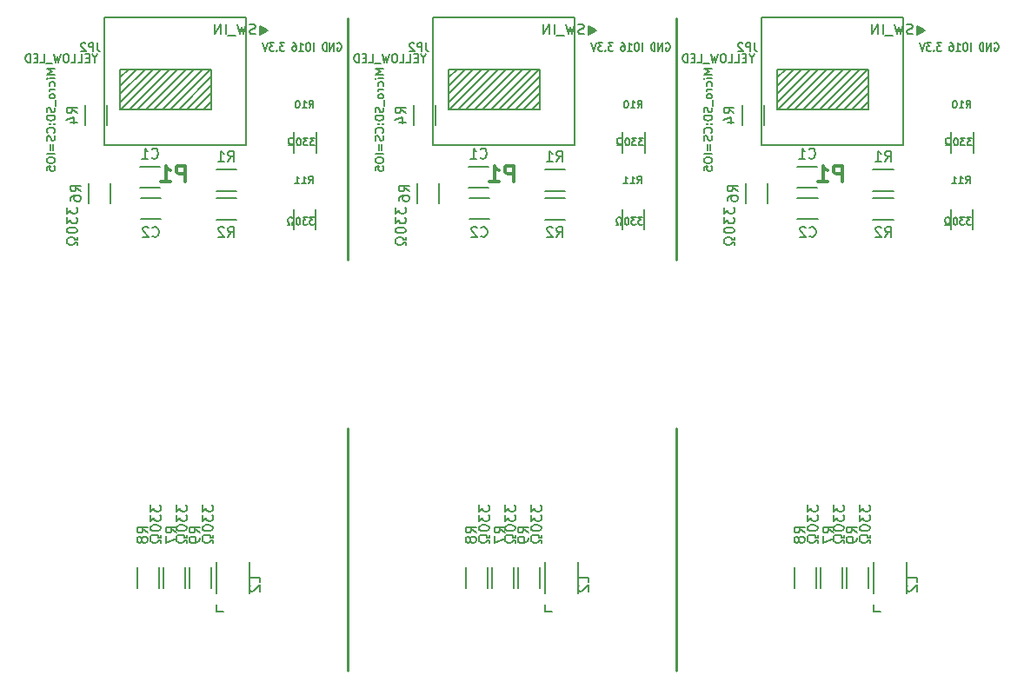
<source format=gbr>
G04 #@! TF.FileFunction,Legend,Bot*
%FSLAX46Y46*%
G04 Gerber Fmt 4.6, Leading zero omitted, Abs format (unit mm)*
G04 Created by KiCad (PCBNEW 4.0.2-4+6225~38~ubuntu15.04.1-stable) date 2016年04月18日 00時15分29秒*
%MOMM*%
G01*
G04 APERTURE LIST*
%ADD10C,0.100000*%
%ADD11C,0.222000*%
%ADD12C,0.200000*%
%ADD13C,0.175000*%
%ADD14C,0.150000*%
%ADD15C,0.304800*%
G04 APERTURE END LIST*
D10*
D11*
X119200000Y-81100000D02*
X119200000Y-57500000D01*
X119200000Y-121100000D02*
X119200000Y-97500000D01*
X151200000Y-97500000D02*
X151200000Y-121100000D01*
X151200000Y-57500000D02*
X151200000Y-81100000D01*
D12*
X90673105Y-62464819D02*
X89873105Y-62464819D01*
X90444533Y-62731486D01*
X89873105Y-62998153D01*
X90673105Y-62998153D01*
X90673105Y-63379105D02*
X90139771Y-63379105D01*
X89873105Y-63379105D02*
X89911200Y-63341010D01*
X89949295Y-63379105D01*
X89911200Y-63417200D01*
X89873105Y-63379105D01*
X89949295Y-63379105D01*
X90635010Y-64102914D02*
X90673105Y-64026724D01*
X90673105Y-63874343D01*
X90635010Y-63798152D01*
X90596914Y-63760057D01*
X90520724Y-63721962D01*
X90292152Y-63721962D01*
X90215962Y-63760057D01*
X90177867Y-63798152D01*
X90139771Y-63874343D01*
X90139771Y-64026724D01*
X90177867Y-64102914D01*
X90673105Y-64445771D02*
X90139771Y-64445771D01*
X90292152Y-64445771D02*
X90215962Y-64483866D01*
X90177867Y-64521962D01*
X90139771Y-64598152D01*
X90139771Y-64674343D01*
X90673105Y-65055295D02*
X90635010Y-64979104D01*
X90596914Y-64941009D01*
X90520724Y-64902914D01*
X90292152Y-64902914D01*
X90215962Y-64941009D01*
X90177867Y-64979104D01*
X90139771Y-65055295D01*
X90139771Y-65169581D01*
X90177867Y-65245771D01*
X90215962Y-65283866D01*
X90292152Y-65321962D01*
X90520724Y-65321962D01*
X90596914Y-65283866D01*
X90635010Y-65245771D01*
X90673105Y-65169581D01*
X90673105Y-65055295D01*
X90749295Y-65474343D02*
X90749295Y-66083867D01*
X90635010Y-66236248D02*
X90673105Y-66350534D01*
X90673105Y-66541010D01*
X90635010Y-66617200D01*
X90596914Y-66655296D01*
X90520724Y-66693391D01*
X90444533Y-66693391D01*
X90368343Y-66655296D01*
X90330248Y-66617200D01*
X90292152Y-66541010D01*
X90254057Y-66388629D01*
X90215962Y-66312438D01*
X90177867Y-66274343D01*
X90101676Y-66236248D01*
X90025486Y-66236248D01*
X89949295Y-66274343D01*
X89911200Y-66312438D01*
X89873105Y-66388629D01*
X89873105Y-66579105D01*
X89911200Y-66693391D01*
X90673105Y-67036248D02*
X89873105Y-67036248D01*
X89873105Y-67226724D01*
X89911200Y-67341010D01*
X89987390Y-67417201D01*
X90063581Y-67455296D01*
X90215962Y-67493391D01*
X90330248Y-67493391D01*
X90482629Y-67455296D01*
X90558819Y-67417201D01*
X90635010Y-67341010D01*
X90673105Y-67226724D01*
X90673105Y-67036248D01*
X90596914Y-67836248D02*
X90635010Y-67874343D01*
X90673105Y-67836248D01*
X90635010Y-67798153D01*
X90596914Y-67836248D01*
X90673105Y-67836248D01*
X90177867Y-67836248D02*
X90215962Y-67874343D01*
X90254057Y-67836248D01*
X90215962Y-67798153D01*
X90177867Y-67836248D01*
X90254057Y-67836248D01*
X90596914Y-68674343D02*
X90635010Y-68636248D01*
X90673105Y-68521962D01*
X90673105Y-68445772D01*
X90635010Y-68331486D01*
X90558819Y-68255295D01*
X90482629Y-68217200D01*
X90330248Y-68179105D01*
X90215962Y-68179105D01*
X90063581Y-68217200D01*
X89987390Y-68255295D01*
X89911200Y-68331486D01*
X89873105Y-68445772D01*
X89873105Y-68521962D01*
X89911200Y-68636248D01*
X89949295Y-68674343D01*
X90635010Y-68979105D02*
X90673105Y-69093391D01*
X90673105Y-69283867D01*
X90635010Y-69360057D01*
X90596914Y-69398153D01*
X90520724Y-69436248D01*
X90444533Y-69436248D01*
X90368343Y-69398153D01*
X90330248Y-69360057D01*
X90292152Y-69283867D01*
X90254057Y-69131486D01*
X90215962Y-69055295D01*
X90177867Y-69017200D01*
X90101676Y-68979105D01*
X90025486Y-68979105D01*
X89949295Y-69017200D01*
X89911200Y-69055295D01*
X89873105Y-69131486D01*
X89873105Y-69321962D01*
X89911200Y-69436248D01*
X90254057Y-69779105D02*
X90254057Y-70388629D01*
X90482629Y-70388629D02*
X90482629Y-69779105D01*
X90673105Y-70769581D02*
X89873105Y-70769581D01*
X89873105Y-71302914D02*
X89873105Y-71455295D01*
X89911200Y-71531486D01*
X89987390Y-71607676D01*
X90139771Y-71645771D01*
X90406438Y-71645771D01*
X90558819Y-71607676D01*
X90635010Y-71531486D01*
X90673105Y-71455295D01*
X90673105Y-71302914D01*
X90635010Y-71226724D01*
X90558819Y-71150533D01*
X90406438Y-71112438D01*
X90139771Y-71112438D01*
X89987390Y-71150533D01*
X89911200Y-71226724D01*
X89873105Y-71302914D01*
X89873105Y-72369581D02*
X89873105Y-71988628D01*
X90254057Y-71950533D01*
X90215962Y-71988628D01*
X90177867Y-72064819D01*
X90177867Y-72255295D01*
X90215962Y-72331485D01*
X90254057Y-72369581D01*
X90330248Y-72407676D01*
X90520724Y-72407676D01*
X90596914Y-72369581D01*
X90635010Y-72331485D01*
X90673105Y-72255295D01*
X90673105Y-72064819D01*
X90635010Y-71988628D01*
X90596914Y-71950533D01*
D13*
X115995200Y-69218267D02*
X115561867Y-69218267D01*
X115795200Y-69484933D01*
X115695200Y-69484933D01*
X115628533Y-69518267D01*
X115595200Y-69551600D01*
X115561867Y-69618267D01*
X115561867Y-69784933D01*
X115595200Y-69851600D01*
X115628533Y-69884933D01*
X115695200Y-69918267D01*
X115895200Y-69918267D01*
X115961867Y-69884933D01*
X115995200Y-69851600D01*
X115328533Y-69218267D02*
X114895200Y-69218267D01*
X115128533Y-69484933D01*
X115028533Y-69484933D01*
X114961866Y-69518267D01*
X114928533Y-69551600D01*
X114895200Y-69618267D01*
X114895200Y-69784933D01*
X114928533Y-69851600D01*
X114961866Y-69884933D01*
X115028533Y-69918267D01*
X115228533Y-69918267D01*
X115295200Y-69884933D01*
X115328533Y-69851600D01*
X114461866Y-69218267D02*
X114395199Y-69218267D01*
X114328533Y-69251600D01*
X114295199Y-69284933D01*
X114261866Y-69351600D01*
X114228533Y-69484933D01*
X114228533Y-69651600D01*
X114261866Y-69784933D01*
X114295199Y-69851600D01*
X114328533Y-69884933D01*
X114395199Y-69918267D01*
X114461866Y-69918267D01*
X114528533Y-69884933D01*
X114561866Y-69851600D01*
X114595199Y-69784933D01*
X114628533Y-69651600D01*
X114628533Y-69484933D01*
X114595199Y-69351600D01*
X114561866Y-69284933D01*
X114528533Y-69251600D01*
X114461866Y-69218267D01*
X113961866Y-69918267D02*
X113795199Y-69918267D01*
X113795199Y-69784933D01*
X113861866Y-69751600D01*
X113928532Y-69684933D01*
X113961866Y-69584933D01*
X113961866Y-69418267D01*
X113928532Y-69318267D01*
X113861866Y-69251600D01*
X113761866Y-69218267D01*
X113628532Y-69218267D01*
X113528532Y-69251600D01*
X113461866Y-69318267D01*
X113428532Y-69418267D01*
X113428532Y-69584933D01*
X113461866Y-69684933D01*
X113528532Y-69751600D01*
X113595199Y-69784933D01*
X113595199Y-69918267D01*
X113428532Y-69918267D01*
X115944400Y-76939867D02*
X115511067Y-76939867D01*
X115744400Y-77206533D01*
X115644400Y-77206533D01*
X115577733Y-77239867D01*
X115544400Y-77273200D01*
X115511067Y-77339867D01*
X115511067Y-77506533D01*
X115544400Y-77573200D01*
X115577733Y-77606533D01*
X115644400Y-77639867D01*
X115844400Y-77639867D01*
X115911067Y-77606533D01*
X115944400Y-77573200D01*
X115277733Y-76939867D02*
X114844400Y-76939867D01*
X115077733Y-77206533D01*
X114977733Y-77206533D01*
X114911066Y-77239867D01*
X114877733Y-77273200D01*
X114844400Y-77339867D01*
X114844400Y-77506533D01*
X114877733Y-77573200D01*
X114911066Y-77606533D01*
X114977733Y-77639867D01*
X115177733Y-77639867D01*
X115244400Y-77606533D01*
X115277733Y-77573200D01*
X114411066Y-76939867D02*
X114344399Y-76939867D01*
X114277733Y-76973200D01*
X114244399Y-77006533D01*
X114211066Y-77073200D01*
X114177733Y-77206533D01*
X114177733Y-77373200D01*
X114211066Y-77506533D01*
X114244399Y-77573200D01*
X114277733Y-77606533D01*
X114344399Y-77639867D01*
X114411066Y-77639867D01*
X114477733Y-77606533D01*
X114511066Y-77573200D01*
X114544399Y-77506533D01*
X114577733Y-77373200D01*
X114577733Y-77206533D01*
X114544399Y-77073200D01*
X114511066Y-77006533D01*
X114477733Y-76973200D01*
X114411066Y-76939867D01*
X113911066Y-77639867D02*
X113744399Y-77639867D01*
X113744399Y-77506533D01*
X113811066Y-77473200D01*
X113877732Y-77406533D01*
X113911066Y-77306533D01*
X113911066Y-77139867D01*
X113877732Y-77039867D01*
X113811066Y-76973200D01*
X113711066Y-76939867D01*
X113577732Y-76939867D01*
X113477732Y-76973200D01*
X113411066Y-77039867D01*
X113377732Y-77139867D01*
X113377732Y-77306533D01*
X113411066Y-77406533D01*
X113477732Y-77473200D01*
X113544399Y-77506533D01*
X113544399Y-77639867D01*
X113377732Y-77639867D01*
X118196800Y-59956000D02*
X118263466Y-59917905D01*
X118363466Y-59917905D01*
X118463466Y-59956000D01*
X118530133Y-60032190D01*
X118563466Y-60108381D01*
X118596800Y-60260762D01*
X118596800Y-60375048D01*
X118563466Y-60527429D01*
X118530133Y-60603619D01*
X118463466Y-60679810D01*
X118363466Y-60717905D01*
X118296800Y-60717905D01*
X118196800Y-60679810D01*
X118163466Y-60641714D01*
X118163466Y-60375048D01*
X118296800Y-60375048D01*
X117863466Y-60717905D02*
X117863466Y-59917905D01*
X117463466Y-60717905D01*
X117463466Y-59917905D01*
X117130133Y-60717905D02*
X117130133Y-59917905D01*
X116963467Y-59917905D01*
X116863467Y-59956000D01*
X116796800Y-60032190D01*
X116763467Y-60108381D01*
X116730133Y-60260762D01*
X116730133Y-60375048D01*
X116763467Y-60527429D01*
X116796800Y-60603619D01*
X116863467Y-60679810D01*
X116963467Y-60717905D01*
X117130133Y-60717905D01*
X115896800Y-60717905D02*
X115896800Y-59917905D01*
X115430134Y-59917905D02*
X115296801Y-59917905D01*
X115230134Y-59956000D01*
X115163467Y-60032190D01*
X115130134Y-60184571D01*
X115130134Y-60451238D01*
X115163467Y-60603619D01*
X115230134Y-60679810D01*
X115296801Y-60717905D01*
X115430134Y-60717905D01*
X115496801Y-60679810D01*
X115563467Y-60603619D01*
X115596801Y-60451238D01*
X115596801Y-60184571D01*
X115563467Y-60032190D01*
X115496801Y-59956000D01*
X115430134Y-59917905D01*
X114463468Y-60717905D02*
X114863468Y-60717905D01*
X114663468Y-60717905D02*
X114663468Y-59917905D01*
X114730134Y-60032190D01*
X114796801Y-60108381D01*
X114863468Y-60146476D01*
X113863467Y-59917905D02*
X113996801Y-59917905D01*
X114063467Y-59956000D01*
X114096801Y-59994095D01*
X114163467Y-60108381D01*
X114196801Y-60260762D01*
X114196801Y-60565524D01*
X114163467Y-60641714D01*
X114130134Y-60679810D01*
X114063467Y-60717905D01*
X113930134Y-60717905D01*
X113863467Y-60679810D01*
X113830134Y-60641714D01*
X113796801Y-60565524D01*
X113796801Y-60375048D01*
X113830134Y-60298857D01*
X113863467Y-60260762D01*
X113930134Y-60222667D01*
X114063467Y-60222667D01*
X114130134Y-60260762D01*
X114163467Y-60298857D01*
X114196801Y-60375048D01*
X113030134Y-59917905D02*
X112596801Y-59917905D01*
X112830134Y-60222667D01*
X112730134Y-60222667D01*
X112663467Y-60260762D01*
X112630134Y-60298857D01*
X112596801Y-60375048D01*
X112596801Y-60565524D01*
X112630134Y-60641714D01*
X112663467Y-60679810D01*
X112730134Y-60717905D01*
X112930134Y-60717905D01*
X112996801Y-60679810D01*
X113030134Y-60641714D01*
X112296800Y-60641714D02*
X112263467Y-60679810D01*
X112296800Y-60717905D01*
X112330134Y-60679810D01*
X112296800Y-60641714D01*
X112296800Y-60717905D01*
X112030134Y-59917905D02*
X111596801Y-59917905D01*
X111830134Y-60222667D01*
X111730134Y-60222667D01*
X111663467Y-60260762D01*
X111630134Y-60298857D01*
X111596801Y-60375048D01*
X111596801Y-60565524D01*
X111630134Y-60641714D01*
X111663467Y-60679810D01*
X111730134Y-60717905D01*
X111930134Y-60717905D01*
X111996801Y-60679810D01*
X112030134Y-60641714D01*
X111396800Y-59917905D02*
X111163467Y-60717905D01*
X110930134Y-59917905D01*
D12*
X94552591Y-61454552D02*
X94552591Y-61835505D01*
X94819258Y-61035505D02*
X94552591Y-61454552D01*
X94285924Y-61035505D01*
X94019258Y-61416457D02*
X93752591Y-61416457D01*
X93638305Y-61835505D02*
X94019258Y-61835505D01*
X94019258Y-61035505D01*
X93638305Y-61035505D01*
X92914495Y-61835505D02*
X93295448Y-61835505D01*
X93295448Y-61035505D01*
X92266876Y-61835505D02*
X92647829Y-61835505D01*
X92647829Y-61035505D01*
X91847829Y-61035505D02*
X91695448Y-61035505D01*
X91619257Y-61073600D01*
X91543067Y-61149790D01*
X91504972Y-61302171D01*
X91504972Y-61568838D01*
X91543067Y-61721219D01*
X91619257Y-61797410D01*
X91695448Y-61835505D01*
X91847829Y-61835505D01*
X91924019Y-61797410D01*
X92000210Y-61721219D01*
X92038305Y-61568838D01*
X92038305Y-61302171D01*
X92000210Y-61149790D01*
X91924019Y-61073600D01*
X91847829Y-61035505D01*
X91238305Y-61035505D02*
X91047829Y-61835505D01*
X90895448Y-61264076D01*
X90743067Y-61835505D01*
X90552591Y-61035505D01*
X90438305Y-61911695D02*
X89828781Y-61911695D01*
X89257352Y-61835505D02*
X89638305Y-61835505D01*
X89638305Y-61035505D01*
X88990686Y-61416457D02*
X88724019Y-61416457D01*
X88609733Y-61835505D02*
X88990686Y-61835505D01*
X88990686Y-61035505D01*
X88609733Y-61035505D01*
X88266876Y-61835505D02*
X88266876Y-61035505D01*
X88076400Y-61035505D01*
X87962114Y-61073600D01*
X87885923Y-61149790D01*
X87847828Y-61225981D01*
X87809733Y-61378362D01*
X87809733Y-61492648D01*
X87847828Y-61645029D01*
X87885923Y-61721219D01*
X87962114Y-61797410D01*
X88076400Y-61835505D01*
X88266876Y-61835505D01*
X91846381Y-75961357D02*
X91846381Y-76580405D01*
X92227333Y-76247071D01*
X92227333Y-76389929D01*
X92274952Y-76485167D01*
X92322571Y-76532786D01*
X92417810Y-76580405D01*
X92655905Y-76580405D01*
X92751143Y-76532786D01*
X92798762Y-76485167D01*
X92846381Y-76389929D01*
X92846381Y-76104214D01*
X92798762Y-76008976D01*
X92751143Y-75961357D01*
X91846381Y-76913738D02*
X91846381Y-77532786D01*
X92227333Y-77199452D01*
X92227333Y-77342310D01*
X92274952Y-77437548D01*
X92322571Y-77485167D01*
X92417810Y-77532786D01*
X92655905Y-77532786D01*
X92751143Y-77485167D01*
X92798762Y-77437548D01*
X92846381Y-77342310D01*
X92846381Y-77056595D01*
X92798762Y-76961357D01*
X92751143Y-76913738D01*
X91846381Y-78151833D02*
X91846381Y-78247072D01*
X91894000Y-78342310D01*
X91941619Y-78389929D01*
X92036857Y-78437548D01*
X92227333Y-78485167D01*
X92465429Y-78485167D01*
X92655905Y-78437548D01*
X92751143Y-78389929D01*
X92798762Y-78342310D01*
X92846381Y-78247072D01*
X92846381Y-78151833D01*
X92798762Y-78056595D01*
X92751143Y-78008976D01*
X92655905Y-77961357D01*
X92465429Y-77913738D01*
X92227333Y-77913738D01*
X92036857Y-77961357D01*
X91941619Y-78008976D01*
X91894000Y-78056595D01*
X91846381Y-78151833D01*
X92846381Y-78866119D02*
X92846381Y-79104214D01*
X92655905Y-79104214D01*
X92608286Y-79008976D01*
X92513048Y-78913738D01*
X92370190Y-78866119D01*
X92132095Y-78866119D01*
X91989238Y-78913738D01*
X91894000Y-79008976D01*
X91846381Y-79151833D01*
X91846381Y-79342310D01*
X91894000Y-79485167D01*
X91989238Y-79580405D01*
X92132095Y-79628024D01*
X92370190Y-79628024D01*
X92513048Y-79580405D01*
X92608286Y-79485167D01*
X92655905Y-79389929D01*
X92846381Y-79389929D01*
X92846381Y-79628024D01*
X105054381Y-104980857D02*
X105054381Y-105599905D01*
X105435333Y-105266571D01*
X105435333Y-105409429D01*
X105482952Y-105504667D01*
X105530571Y-105552286D01*
X105625810Y-105599905D01*
X105863905Y-105599905D01*
X105959143Y-105552286D01*
X106006762Y-105504667D01*
X106054381Y-105409429D01*
X106054381Y-105123714D01*
X106006762Y-105028476D01*
X105959143Y-104980857D01*
X105054381Y-105933238D02*
X105054381Y-106552286D01*
X105435333Y-106218952D01*
X105435333Y-106361810D01*
X105482952Y-106457048D01*
X105530571Y-106504667D01*
X105625810Y-106552286D01*
X105863905Y-106552286D01*
X105959143Y-106504667D01*
X106006762Y-106457048D01*
X106054381Y-106361810D01*
X106054381Y-106076095D01*
X106006762Y-105980857D01*
X105959143Y-105933238D01*
X105054381Y-107171333D02*
X105054381Y-107266572D01*
X105102000Y-107361810D01*
X105149619Y-107409429D01*
X105244857Y-107457048D01*
X105435333Y-107504667D01*
X105673429Y-107504667D01*
X105863905Y-107457048D01*
X105959143Y-107409429D01*
X106006762Y-107361810D01*
X106054381Y-107266572D01*
X106054381Y-107171333D01*
X106006762Y-107076095D01*
X105959143Y-107028476D01*
X105863905Y-106980857D01*
X105673429Y-106933238D01*
X105435333Y-106933238D01*
X105244857Y-106980857D01*
X105149619Y-107028476D01*
X105102000Y-107076095D01*
X105054381Y-107171333D01*
X106054381Y-107885619D02*
X106054381Y-108123714D01*
X105863905Y-108123714D01*
X105816286Y-108028476D01*
X105721048Y-107933238D01*
X105578190Y-107885619D01*
X105340095Y-107885619D01*
X105197238Y-107933238D01*
X105102000Y-108028476D01*
X105054381Y-108171333D01*
X105054381Y-108361810D01*
X105102000Y-108504667D01*
X105197238Y-108599905D01*
X105340095Y-108647524D01*
X105578190Y-108647524D01*
X105721048Y-108599905D01*
X105816286Y-108504667D01*
X105863905Y-108409429D01*
X106054381Y-108409429D01*
X106054381Y-108647524D01*
X102514381Y-104980857D02*
X102514381Y-105599905D01*
X102895333Y-105266571D01*
X102895333Y-105409429D01*
X102942952Y-105504667D01*
X102990571Y-105552286D01*
X103085810Y-105599905D01*
X103323905Y-105599905D01*
X103419143Y-105552286D01*
X103466762Y-105504667D01*
X103514381Y-105409429D01*
X103514381Y-105123714D01*
X103466762Y-105028476D01*
X103419143Y-104980857D01*
X102514381Y-105933238D02*
X102514381Y-106552286D01*
X102895333Y-106218952D01*
X102895333Y-106361810D01*
X102942952Y-106457048D01*
X102990571Y-106504667D01*
X103085810Y-106552286D01*
X103323905Y-106552286D01*
X103419143Y-106504667D01*
X103466762Y-106457048D01*
X103514381Y-106361810D01*
X103514381Y-106076095D01*
X103466762Y-105980857D01*
X103419143Y-105933238D01*
X102514381Y-107171333D02*
X102514381Y-107266572D01*
X102562000Y-107361810D01*
X102609619Y-107409429D01*
X102704857Y-107457048D01*
X102895333Y-107504667D01*
X103133429Y-107504667D01*
X103323905Y-107457048D01*
X103419143Y-107409429D01*
X103466762Y-107361810D01*
X103514381Y-107266572D01*
X103514381Y-107171333D01*
X103466762Y-107076095D01*
X103419143Y-107028476D01*
X103323905Y-106980857D01*
X103133429Y-106933238D01*
X102895333Y-106933238D01*
X102704857Y-106980857D01*
X102609619Y-107028476D01*
X102562000Y-107076095D01*
X102514381Y-107171333D01*
X103514381Y-107885619D02*
X103514381Y-108123714D01*
X103323905Y-108123714D01*
X103276286Y-108028476D01*
X103181048Y-107933238D01*
X103038190Y-107885619D01*
X102800095Y-107885619D01*
X102657238Y-107933238D01*
X102562000Y-108028476D01*
X102514381Y-108171333D01*
X102514381Y-108361810D01*
X102562000Y-108504667D01*
X102657238Y-108599905D01*
X102800095Y-108647524D01*
X103038190Y-108647524D01*
X103181048Y-108599905D01*
X103276286Y-108504667D01*
X103323905Y-108409429D01*
X103514381Y-108409429D01*
X103514381Y-108647524D01*
X99974381Y-104980857D02*
X99974381Y-105599905D01*
X100355333Y-105266571D01*
X100355333Y-105409429D01*
X100402952Y-105504667D01*
X100450571Y-105552286D01*
X100545810Y-105599905D01*
X100783905Y-105599905D01*
X100879143Y-105552286D01*
X100926762Y-105504667D01*
X100974381Y-105409429D01*
X100974381Y-105123714D01*
X100926762Y-105028476D01*
X100879143Y-104980857D01*
X99974381Y-105933238D02*
X99974381Y-106552286D01*
X100355333Y-106218952D01*
X100355333Y-106361810D01*
X100402952Y-106457048D01*
X100450571Y-106504667D01*
X100545810Y-106552286D01*
X100783905Y-106552286D01*
X100879143Y-106504667D01*
X100926762Y-106457048D01*
X100974381Y-106361810D01*
X100974381Y-106076095D01*
X100926762Y-105980857D01*
X100879143Y-105933238D01*
X99974381Y-107171333D02*
X99974381Y-107266572D01*
X100022000Y-107361810D01*
X100069619Y-107409429D01*
X100164857Y-107457048D01*
X100355333Y-107504667D01*
X100593429Y-107504667D01*
X100783905Y-107457048D01*
X100879143Y-107409429D01*
X100926762Y-107361810D01*
X100974381Y-107266572D01*
X100974381Y-107171333D01*
X100926762Y-107076095D01*
X100879143Y-107028476D01*
X100783905Y-106980857D01*
X100593429Y-106933238D01*
X100355333Y-106933238D01*
X100164857Y-106980857D01*
X100069619Y-107028476D01*
X100022000Y-107076095D01*
X99974381Y-107171333D01*
X100974381Y-107885619D02*
X100974381Y-108123714D01*
X100783905Y-108123714D01*
X100736286Y-108028476D01*
X100641048Y-107933238D01*
X100498190Y-107885619D01*
X100260095Y-107885619D01*
X100117238Y-107933238D01*
X100022000Y-108028476D01*
X99974381Y-108171333D01*
X99974381Y-108361810D01*
X100022000Y-108504667D01*
X100117238Y-108599905D01*
X100260095Y-108647524D01*
X100498190Y-108647524D01*
X100641048Y-108599905D01*
X100736286Y-108504667D01*
X100783905Y-108409429D01*
X100974381Y-108409429D01*
X100974381Y-108647524D01*
X110697642Y-59093881D02*
X110697642Y-58331976D01*
X110745261Y-59046262D02*
X110745261Y-58379595D01*
X110792880Y-59046262D02*
X110792880Y-58379595D01*
X110840499Y-58998643D02*
X110840499Y-58427214D01*
X110888118Y-58998643D02*
X110888118Y-58427214D01*
X110935737Y-58951024D02*
X110935737Y-58474833D01*
X110983356Y-58951024D02*
X110983356Y-58474833D01*
X111030975Y-58903405D02*
X111030975Y-58522452D01*
X111078594Y-58855786D02*
X111078594Y-58570071D01*
X111126213Y-58855786D02*
X111126213Y-58570071D01*
X111173833Y-58808167D02*
X111173833Y-58617690D01*
X111221452Y-58808167D02*
X111221452Y-58617690D01*
X111269071Y-58712929D02*
X111316690Y-58712929D01*
X111269071Y-58760548D02*
X111269071Y-58665310D01*
X110650023Y-59093881D02*
X111364309Y-58712929D01*
X110650023Y-58331976D01*
X111411928Y-58712929D02*
X110650023Y-58284357D01*
X110650023Y-59141500D01*
X111411928Y-58712929D01*
X110221452Y-59046262D02*
X110078595Y-59093881D01*
X109840499Y-59093881D01*
X109745261Y-59046262D01*
X109697642Y-58998643D01*
X109650023Y-58903405D01*
X109650023Y-58808167D01*
X109697642Y-58712929D01*
X109745261Y-58665310D01*
X109840499Y-58617690D01*
X110030976Y-58570071D01*
X110126214Y-58522452D01*
X110173833Y-58474833D01*
X110221452Y-58379595D01*
X110221452Y-58284357D01*
X110173833Y-58189119D01*
X110126214Y-58141500D01*
X110030976Y-58093881D01*
X109792880Y-58093881D01*
X109650023Y-58141500D01*
X109316690Y-58093881D02*
X109078595Y-59093881D01*
X108888118Y-58379595D01*
X108697642Y-59093881D01*
X108459547Y-58093881D01*
X108316690Y-59189119D02*
X107554785Y-59189119D01*
X107316690Y-59093881D02*
X107316690Y-58093881D01*
X106840500Y-59093881D02*
X106840500Y-58093881D01*
X106269071Y-59093881D01*
X106269071Y-58093881D01*
X94787866Y-59917905D02*
X94787866Y-60489333D01*
X94825962Y-60603619D01*
X94902152Y-60679810D01*
X95016438Y-60717905D01*
X95092628Y-60717905D01*
X94406914Y-60717905D02*
X94406914Y-59917905D01*
X94102152Y-59917905D01*
X94025961Y-59956000D01*
X93987866Y-59994095D01*
X93949771Y-60070286D01*
X93949771Y-60184571D01*
X93987866Y-60260762D01*
X94025961Y-60298857D01*
X94102152Y-60336952D01*
X94406914Y-60336952D01*
X93645009Y-59994095D02*
X93606914Y-59956000D01*
X93530723Y-59917905D01*
X93340247Y-59917905D01*
X93264057Y-59956000D01*
X93225961Y-59994095D01*
X93187866Y-60070286D01*
X93187866Y-60146476D01*
X93225961Y-60260762D01*
X93683104Y-60717905D01*
X93187866Y-60717905D01*
X122673105Y-62464819D02*
X121873105Y-62464819D01*
X122444533Y-62731486D01*
X121873105Y-62998153D01*
X122673105Y-62998153D01*
X122673105Y-63379105D02*
X122139771Y-63379105D01*
X121873105Y-63379105D02*
X121911200Y-63341010D01*
X121949295Y-63379105D01*
X121911200Y-63417200D01*
X121873105Y-63379105D01*
X121949295Y-63379105D01*
X122635010Y-64102914D02*
X122673105Y-64026724D01*
X122673105Y-63874343D01*
X122635010Y-63798152D01*
X122596914Y-63760057D01*
X122520724Y-63721962D01*
X122292152Y-63721962D01*
X122215962Y-63760057D01*
X122177867Y-63798152D01*
X122139771Y-63874343D01*
X122139771Y-64026724D01*
X122177867Y-64102914D01*
X122673105Y-64445771D02*
X122139771Y-64445771D01*
X122292152Y-64445771D02*
X122215962Y-64483866D01*
X122177867Y-64521962D01*
X122139771Y-64598152D01*
X122139771Y-64674343D01*
X122673105Y-65055295D02*
X122635010Y-64979104D01*
X122596914Y-64941009D01*
X122520724Y-64902914D01*
X122292152Y-64902914D01*
X122215962Y-64941009D01*
X122177867Y-64979104D01*
X122139771Y-65055295D01*
X122139771Y-65169581D01*
X122177867Y-65245771D01*
X122215962Y-65283866D01*
X122292152Y-65321962D01*
X122520724Y-65321962D01*
X122596914Y-65283866D01*
X122635010Y-65245771D01*
X122673105Y-65169581D01*
X122673105Y-65055295D01*
X122749295Y-65474343D02*
X122749295Y-66083867D01*
X122635010Y-66236248D02*
X122673105Y-66350534D01*
X122673105Y-66541010D01*
X122635010Y-66617200D01*
X122596914Y-66655296D01*
X122520724Y-66693391D01*
X122444533Y-66693391D01*
X122368343Y-66655296D01*
X122330248Y-66617200D01*
X122292152Y-66541010D01*
X122254057Y-66388629D01*
X122215962Y-66312438D01*
X122177867Y-66274343D01*
X122101676Y-66236248D01*
X122025486Y-66236248D01*
X121949295Y-66274343D01*
X121911200Y-66312438D01*
X121873105Y-66388629D01*
X121873105Y-66579105D01*
X121911200Y-66693391D01*
X122673105Y-67036248D02*
X121873105Y-67036248D01*
X121873105Y-67226724D01*
X121911200Y-67341010D01*
X121987390Y-67417201D01*
X122063581Y-67455296D01*
X122215962Y-67493391D01*
X122330248Y-67493391D01*
X122482629Y-67455296D01*
X122558819Y-67417201D01*
X122635010Y-67341010D01*
X122673105Y-67226724D01*
X122673105Y-67036248D01*
X122596914Y-67836248D02*
X122635010Y-67874343D01*
X122673105Y-67836248D01*
X122635010Y-67798153D01*
X122596914Y-67836248D01*
X122673105Y-67836248D01*
X122177867Y-67836248D02*
X122215962Y-67874343D01*
X122254057Y-67836248D01*
X122215962Y-67798153D01*
X122177867Y-67836248D01*
X122254057Y-67836248D01*
X122596914Y-68674343D02*
X122635010Y-68636248D01*
X122673105Y-68521962D01*
X122673105Y-68445772D01*
X122635010Y-68331486D01*
X122558819Y-68255295D01*
X122482629Y-68217200D01*
X122330248Y-68179105D01*
X122215962Y-68179105D01*
X122063581Y-68217200D01*
X121987390Y-68255295D01*
X121911200Y-68331486D01*
X121873105Y-68445772D01*
X121873105Y-68521962D01*
X121911200Y-68636248D01*
X121949295Y-68674343D01*
X122635010Y-68979105D02*
X122673105Y-69093391D01*
X122673105Y-69283867D01*
X122635010Y-69360057D01*
X122596914Y-69398153D01*
X122520724Y-69436248D01*
X122444533Y-69436248D01*
X122368343Y-69398153D01*
X122330248Y-69360057D01*
X122292152Y-69283867D01*
X122254057Y-69131486D01*
X122215962Y-69055295D01*
X122177867Y-69017200D01*
X122101676Y-68979105D01*
X122025486Y-68979105D01*
X121949295Y-69017200D01*
X121911200Y-69055295D01*
X121873105Y-69131486D01*
X121873105Y-69321962D01*
X121911200Y-69436248D01*
X122254057Y-69779105D02*
X122254057Y-70388629D01*
X122482629Y-70388629D02*
X122482629Y-69779105D01*
X122673105Y-70769581D02*
X121873105Y-70769581D01*
X121873105Y-71302914D02*
X121873105Y-71455295D01*
X121911200Y-71531486D01*
X121987390Y-71607676D01*
X122139771Y-71645771D01*
X122406438Y-71645771D01*
X122558819Y-71607676D01*
X122635010Y-71531486D01*
X122673105Y-71455295D01*
X122673105Y-71302914D01*
X122635010Y-71226724D01*
X122558819Y-71150533D01*
X122406438Y-71112438D01*
X122139771Y-71112438D01*
X121987390Y-71150533D01*
X121911200Y-71226724D01*
X121873105Y-71302914D01*
X121873105Y-72369581D02*
X121873105Y-71988628D01*
X122254057Y-71950533D01*
X122215962Y-71988628D01*
X122177867Y-72064819D01*
X122177867Y-72255295D01*
X122215962Y-72331485D01*
X122254057Y-72369581D01*
X122330248Y-72407676D01*
X122520724Y-72407676D01*
X122596914Y-72369581D01*
X122635010Y-72331485D01*
X122673105Y-72255295D01*
X122673105Y-72064819D01*
X122635010Y-71988628D01*
X122596914Y-71950533D01*
D13*
X147995200Y-69218267D02*
X147561867Y-69218267D01*
X147795200Y-69484933D01*
X147695200Y-69484933D01*
X147628533Y-69518267D01*
X147595200Y-69551600D01*
X147561867Y-69618267D01*
X147561867Y-69784933D01*
X147595200Y-69851600D01*
X147628533Y-69884933D01*
X147695200Y-69918267D01*
X147895200Y-69918267D01*
X147961867Y-69884933D01*
X147995200Y-69851600D01*
X147328533Y-69218267D02*
X146895200Y-69218267D01*
X147128533Y-69484933D01*
X147028533Y-69484933D01*
X146961866Y-69518267D01*
X146928533Y-69551600D01*
X146895200Y-69618267D01*
X146895200Y-69784933D01*
X146928533Y-69851600D01*
X146961866Y-69884933D01*
X147028533Y-69918267D01*
X147228533Y-69918267D01*
X147295200Y-69884933D01*
X147328533Y-69851600D01*
X146461866Y-69218267D02*
X146395199Y-69218267D01*
X146328533Y-69251600D01*
X146295199Y-69284933D01*
X146261866Y-69351600D01*
X146228533Y-69484933D01*
X146228533Y-69651600D01*
X146261866Y-69784933D01*
X146295199Y-69851600D01*
X146328533Y-69884933D01*
X146395199Y-69918267D01*
X146461866Y-69918267D01*
X146528533Y-69884933D01*
X146561866Y-69851600D01*
X146595199Y-69784933D01*
X146628533Y-69651600D01*
X146628533Y-69484933D01*
X146595199Y-69351600D01*
X146561866Y-69284933D01*
X146528533Y-69251600D01*
X146461866Y-69218267D01*
X145961866Y-69918267D02*
X145795199Y-69918267D01*
X145795199Y-69784933D01*
X145861866Y-69751600D01*
X145928532Y-69684933D01*
X145961866Y-69584933D01*
X145961866Y-69418267D01*
X145928532Y-69318267D01*
X145861866Y-69251600D01*
X145761866Y-69218267D01*
X145628532Y-69218267D01*
X145528532Y-69251600D01*
X145461866Y-69318267D01*
X145428532Y-69418267D01*
X145428532Y-69584933D01*
X145461866Y-69684933D01*
X145528532Y-69751600D01*
X145595199Y-69784933D01*
X145595199Y-69918267D01*
X145428532Y-69918267D01*
X147944400Y-76939867D02*
X147511067Y-76939867D01*
X147744400Y-77206533D01*
X147644400Y-77206533D01*
X147577733Y-77239867D01*
X147544400Y-77273200D01*
X147511067Y-77339867D01*
X147511067Y-77506533D01*
X147544400Y-77573200D01*
X147577733Y-77606533D01*
X147644400Y-77639867D01*
X147844400Y-77639867D01*
X147911067Y-77606533D01*
X147944400Y-77573200D01*
X147277733Y-76939867D02*
X146844400Y-76939867D01*
X147077733Y-77206533D01*
X146977733Y-77206533D01*
X146911066Y-77239867D01*
X146877733Y-77273200D01*
X146844400Y-77339867D01*
X146844400Y-77506533D01*
X146877733Y-77573200D01*
X146911066Y-77606533D01*
X146977733Y-77639867D01*
X147177733Y-77639867D01*
X147244400Y-77606533D01*
X147277733Y-77573200D01*
X146411066Y-76939867D02*
X146344399Y-76939867D01*
X146277733Y-76973200D01*
X146244399Y-77006533D01*
X146211066Y-77073200D01*
X146177733Y-77206533D01*
X146177733Y-77373200D01*
X146211066Y-77506533D01*
X146244399Y-77573200D01*
X146277733Y-77606533D01*
X146344399Y-77639867D01*
X146411066Y-77639867D01*
X146477733Y-77606533D01*
X146511066Y-77573200D01*
X146544399Y-77506533D01*
X146577733Y-77373200D01*
X146577733Y-77206533D01*
X146544399Y-77073200D01*
X146511066Y-77006533D01*
X146477733Y-76973200D01*
X146411066Y-76939867D01*
X145911066Y-77639867D02*
X145744399Y-77639867D01*
X145744399Y-77506533D01*
X145811066Y-77473200D01*
X145877732Y-77406533D01*
X145911066Y-77306533D01*
X145911066Y-77139867D01*
X145877732Y-77039867D01*
X145811066Y-76973200D01*
X145711066Y-76939867D01*
X145577732Y-76939867D01*
X145477732Y-76973200D01*
X145411066Y-77039867D01*
X145377732Y-77139867D01*
X145377732Y-77306533D01*
X145411066Y-77406533D01*
X145477732Y-77473200D01*
X145544399Y-77506533D01*
X145544399Y-77639867D01*
X145377732Y-77639867D01*
X150196800Y-59956000D02*
X150263466Y-59917905D01*
X150363466Y-59917905D01*
X150463466Y-59956000D01*
X150530133Y-60032190D01*
X150563466Y-60108381D01*
X150596800Y-60260762D01*
X150596800Y-60375048D01*
X150563466Y-60527429D01*
X150530133Y-60603619D01*
X150463466Y-60679810D01*
X150363466Y-60717905D01*
X150296800Y-60717905D01*
X150196800Y-60679810D01*
X150163466Y-60641714D01*
X150163466Y-60375048D01*
X150296800Y-60375048D01*
X149863466Y-60717905D02*
X149863466Y-59917905D01*
X149463466Y-60717905D01*
X149463466Y-59917905D01*
X149130133Y-60717905D02*
X149130133Y-59917905D01*
X148963467Y-59917905D01*
X148863467Y-59956000D01*
X148796800Y-60032190D01*
X148763467Y-60108381D01*
X148730133Y-60260762D01*
X148730133Y-60375048D01*
X148763467Y-60527429D01*
X148796800Y-60603619D01*
X148863467Y-60679810D01*
X148963467Y-60717905D01*
X149130133Y-60717905D01*
X147896800Y-60717905D02*
X147896800Y-59917905D01*
X147430134Y-59917905D02*
X147296801Y-59917905D01*
X147230134Y-59956000D01*
X147163467Y-60032190D01*
X147130134Y-60184571D01*
X147130134Y-60451238D01*
X147163467Y-60603619D01*
X147230134Y-60679810D01*
X147296801Y-60717905D01*
X147430134Y-60717905D01*
X147496801Y-60679810D01*
X147563467Y-60603619D01*
X147596801Y-60451238D01*
X147596801Y-60184571D01*
X147563467Y-60032190D01*
X147496801Y-59956000D01*
X147430134Y-59917905D01*
X146463468Y-60717905D02*
X146863468Y-60717905D01*
X146663468Y-60717905D02*
X146663468Y-59917905D01*
X146730134Y-60032190D01*
X146796801Y-60108381D01*
X146863468Y-60146476D01*
X145863467Y-59917905D02*
X145996801Y-59917905D01*
X146063467Y-59956000D01*
X146096801Y-59994095D01*
X146163467Y-60108381D01*
X146196801Y-60260762D01*
X146196801Y-60565524D01*
X146163467Y-60641714D01*
X146130134Y-60679810D01*
X146063467Y-60717905D01*
X145930134Y-60717905D01*
X145863467Y-60679810D01*
X145830134Y-60641714D01*
X145796801Y-60565524D01*
X145796801Y-60375048D01*
X145830134Y-60298857D01*
X145863467Y-60260762D01*
X145930134Y-60222667D01*
X146063467Y-60222667D01*
X146130134Y-60260762D01*
X146163467Y-60298857D01*
X146196801Y-60375048D01*
X145030134Y-59917905D02*
X144596801Y-59917905D01*
X144830134Y-60222667D01*
X144730134Y-60222667D01*
X144663467Y-60260762D01*
X144630134Y-60298857D01*
X144596801Y-60375048D01*
X144596801Y-60565524D01*
X144630134Y-60641714D01*
X144663467Y-60679810D01*
X144730134Y-60717905D01*
X144930134Y-60717905D01*
X144996801Y-60679810D01*
X145030134Y-60641714D01*
X144296800Y-60641714D02*
X144263467Y-60679810D01*
X144296800Y-60717905D01*
X144330134Y-60679810D01*
X144296800Y-60641714D01*
X144296800Y-60717905D01*
X144030134Y-59917905D02*
X143596801Y-59917905D01*
X143830134Y-60222667D01*
X143730134Y-60222667D01*
X143663467Y-60260762D01*
X143630134Y-60298857D01*
X143596801Y-60375048D01*
X143596801Y-60565524D01*
X143630134Y-60641714D01*
X143663467Y-60679810D01*
X143730134Y-60717905D01*
X143930134Y-60717905D01*
X143996801Y-60679810D01*
X144030134Y-60641714D01*
X143396800Y-59917905D02*
X143163467Y-60717905D01*
X142930134Y-59917905D01*
D12*
X126552591Y-61454552D02*
X126552591Y-61835505D01*
X126819258Y-61035505D02*
X126552591Y-61454552D01*
X126285924Y-61035505D01*
X126019258Y-61416457D02*
X125752591Y-61416457D01*
X125638305Y-61835505D02*
X126019258Y-61835505D01*
X126019258Y-61035505D01*
X125638305Y-61035505D01*
X124914495Y-61835505D02*
X125295448Y-61835505D01*
X125295448Y-61035505D01*
X124266876Y-61835505D02*
X124647829Y-61835505D01*
X124647829Y-61035505D01*
X123847829Y-61035505D02*
X123695448Y-61035505D01*
X123619257Y-61073600D01*
X123543067Y-61149790D01*
X123504972Y-61302171D01*
X123504972Y-61568838D01*
X123543067Y-61721219D01*
X123619257Y-61797410D01*
X123695448Y-61835505D01*
X123847829Y-61835505D01*
X123924019Y-61797410D01*
X124000210Y-61721219D01*
X124038305Y-61568838D01*
X124038305Y-61302171D01*
X124000210Y-61149790D01*
X123924019Y-61073600D01*
X123847829Y-61035505D01*
X123238305Y-61035505D02*
X123047829Y-61835505D01*
X122895448Y-61264076D01*
X122743067Y-61835505D01*
X122552591Y-61035505D01*
X122438305Y-61911695D02*
X121828781Y-61911695D01*
X121257352Y-61835505D02*
X121638305Y-61835505D01*
X121638305Y-61035505D01*
X120990686Y-61416457D02*
X120724019Y-61416457D01*
X120609733Y-61835505D02*
X120990686Y-61835505D01*
X120990686Y-61035505D01*
X120609733Y-61035505D01*
X120266876Y-61835505D02*
X120266876Y-61035505D01*
X120076400Y-61035505D01*
X119962114Y-61073600D01*
X119885923Y-61149790D01*
X119847828Y-61225981D01*
X119809733Y-61378362D01*
X119809733Y-61492648D01*
X119847828Y-61645029D01*
X119885923Y-61721219D01*
X119962114Y-61797410D01*
X120076400Y-61835505D01*
X120266876Y-61835505D01*
X123846381Y-75961357D02*
X123846381Y-76580405D01*
X124227333Y-76247071D01*
X124227333Y-76389929D01*
X124274952Y-76485167D01*
X124322571Y-76532786D01*
X124417810Y-76580405D01*
X124655905Y-76580405D01*
X124751143Y-76532786D01*
X124798762Y-76485167D01*
X124846381Y-76389929D01*
X124846381Y-76104214D01*
X124798762Y-76008976D01*
X124751143Y-75961357D01*
X123846381Y-76913738D02*
X123846381Y-77532786D01*
X124227333Y-77199452D01*
X124227333Y-77342310D01*
X124274952Y-77437548D01*
X124322571Y-77485167D01*
X124417810Y-77532786D01*
X124655905Y-77532786D01*
X124751143Y-77485167D01*
X124798762Y-77437548D01*
X124846381Y-77342310D01*
X124846381Y-77056595D01*
X124798762Y-76961357D01*
X124751143Y-76913738D01*
X123846381Y-78151833D02*
X123846381Y-78247072D01*
X123894000Y-78342310D01*
X123941619Y-78389929D01*
X124036857Y-78437548D01*
X124227333Y-78485167D01*
X124465429Y-78485167D01*
X124655905Y-78437548D01*
X124751143Y-78389929D01*
X124798762Y-78342310D01*
X124846381Y-78247072D01*
X124846381Y-78151833D01*
X124798762Y-78056595D01*
X124751143Y-78008976D01*
X124655905Y-77961357D01*
X124465429Y-77913738D01*
X124227333Y-77913738D01*
X124036857Y-77961357D01*
X123941619Y-78008976D01*
X123894000Y-78056595D01*
X123846381Y-78151833D01*
X124846381Y-78866119D02*
X124846381Y-79104214D01*
X124655905Y-79104214D01*
X124608286Y-79008976D01*
X124513048Y-78913738D01*
X124370190Y-78866119D01*
X124132095Y-78866119D01*
X123989238Y-78913738D01*
X123894000Y-79008976D01*
X123846381Y-79151833D01*
X123846381Y-79342310D01*
X123894000Y-79485167D01*
X123989238Y-79580405D01*
X124132095Y-79628024D01*
X124370190Y-79628024D01*
X124513048Y-79580405D01*
X124608286Y-79485167D01*
X124655905Y-79389929D01*
X124846381Y-79389929D01*
X124846381Y-79628024D01*
X137054381Y-104980857D02*
X137054381Y-105599905D01*
X137435333Y-105266571D01*
X137435333Y-105409429D01*
X137482952Y-105504667D01*
X137530571Y-105552286D01*
X137625810Y-105599905D01*
X137863905Y-105599905D01*
X137959143Y-105552286D01*
X138006762Y-105504667D01*
X138054381Y-105409429D01*
X138054381Y-105123714D01*
X138006762Y-105028476D01*
X137959143Y-104980857D01*
X137054381Y-105933238D02*
X137054381Y-106552286D01*
X137435333Y-106218952D01*
X137435333Y-106361810D01*
X137482952Y-106457048D01*
X137530571Y-106504667D01*
X137625810Y-106552286D01*
X137863905Y-106552286D01*
X137959143Y-106504667D01*
X138006762Y-106457048D01*
X138054381Y-106361810D01*
X138054381Y-106076095D01*
X138006762Y-105980857D01*
X137959143Y-105933238D01*
X137054381Y-107171333D02*
X137054381Y-107266572D01*
X137102000Y-107361810D01*
X137149619Y-107409429D01*
X137244857Y-107457048D01*
X137435333Y-107504667D01*
X137673429Y-107504667D01*
X137863905Y-107457048D01*
X137959143Y-107409429D01*
X138006762Y-107361810D01*
X138054381Y-107266572D01*
X138054381Y-107171333D01*
X138006762Y-107076095D01*
X137959143Y-107028476D01*
X137863905Y-106980857D01*
X137673429Y-106933238D01*
X137435333Y-106933238D01*
X137244857Y-106980857D01*
X137149619Y-107028476D01*
X137102000Y-107076095D01*
X137054381Y-107171333D01*
X138054381Y-107885619D02*
X138054381Y-108123714D01*
X137863905Y-108123714D01*
X137816286Y-108028476D01*
X137721048Y-107933238D01*
X137578190Y-107885619D01*
X137340095Y-107885619D01*
X137197238Y-107933238D01*
X137102000Y-108028476D01*
X137054381Y-108171333D01*
X137054381Y-108361810D01*
X137102000Y-108504667D01*
X137197238Y-108599905D01*
X137340095Y-108647524D01*
X137578190Y-108647524D01*
X137721048Y-108599905D01*
X137816286Y-108504667D01*
X137863905Y-108409429D01*
X138054381Y-108409429D01*
X138054381Y-108647524D01*
X134514381Y-104980857D02*
X134514381Y-105599905D01*
X134895333Y-105266571D01*
X134895333Y-105409429D01*
X134942952Y-105504667D01*
X134990571Y-105552286D01*
X135085810Y-105599905D01*
X135323905Y-105599905D01*
X135419143Y-105552286D01*
X135466762Y-105504667D01*
X135514381Y-105409429D01*
X135514381Y-105123714D01*
X135466762Y-105028476D01*
X135419143Y-104980857D01*
X134514381Y-105933238D02*
X134514381Y-106552286D01*
X134895333Y-106218952D01*
X134895333Y-106361810D01*
X134942952Y-106457048D01*
X134990571Y-106504667D01*
X135085810Y-106552286D01*
X135323905Y-106552286D01*
X135419143Y-106504667D01*
X135466762Y-106457048D01*
X135514381Y-106361810D01*
X135514381Y-106076095D01*
X135466762Y-105980857D01*
X135419143Y-105933238D01*
X134514381Y-107171333D02*
X134514381Y-107266572D01*
X134562000Y-107361810D01*
X134609619Y-107409429D01*
X134704857Y-107457048D01*
X134895333Y-107504667D01*
X135133429Y-107504667D01*
X135323905Y-107457048D01*
X135419143Y-107409429D01*
X135466762Y-107361810D01*
X135514381Y-107266572D01*
X135514381Y-107171333D01*
X135466762Y-107076095D01*
X135419143Y-107028476D01*
X135323905Y-106980857D01*
X135133429Y-106933238D01*
X134895333Y-106933238D01*
X134704857Y-106980857D01*
X134609619Y-107028476D01*
X134562000Y-107076095D01*
X134514381Y-107171333D01*
X135514381Y-107885619D02*
X135514381Y-108123714D01*
X135323905Y-108123714D01*
X135276286Y-108028476D01*
X135181048Y-107933238D01*
X135038190Y-107885619D01*
X134800095Y-107885619D01*
X134657238Y-107933238D01*
X134562000Y-108028476D01*
X134514381Y-108171333D01*
X134514381Y-108361810D01*
X134562000Y-108504667D01*
X134657238Y-108599905D01*
X134800095Y-108647524D01*
X135038190Y-108647524D01*
X135181048Y-108599905D01*
X135276286Y-108504667D01*
X135323905Y-108409429D01*
X135514381Y-108409429D01*
X135514381Y-108647524D01*
X131974381Y-104980857D02*
X131974381Y-105599905D01*
X132355333Y-105266571D01*
X132355333Y-105409429D01*
X132402952Y-105504667D01*
X132450571Y-105552286D01*
X132545810Y-105599905D01*
X132783905Y-105599905D01*
X132879143Y-105552286D01*
X132926762Y-105504667D01*
X132974381Y-105409429D01*
X132974381Y-105123714D01*
X132926762Y-105028476D01*
X132879143Y-104980857D01*
X131974381Y-105933238D02*
X131974381Y-106552286D01*
X132355333Y-106218952D01*
X132355333Y-106361810D01*
X132402952Y-106457048D01*
X132450571Y-106504667D01*
X132545810Y-106552286D01*
X132783905Y-106552286D01*
X132879143Y-106504667D01*
X132926762Y-106457048D01*
X132974381Y-106361810D01*
X132974381Y-106076095D01*
X132926762Y-105980857D01*
X132879143Y-105933238D01*
X131974381Y-107171333D02*
X131974381Y-107266572D01*
X132022000Y-107361810D01*
X132069619Y-107409429D01*
X132164857Y-107457048D01*
X132355333Y-107504667D01*
X132593429Y-107504667D01*
X132783905Y-107457048D01*
X132879143Y-107409429D01*
X132926762Y-107361810D01*
X132974381Y-107266572D01*
X132974381Y-107171333D01*
X132926762Y-107076095D01*
X132879143Y-107028476D01*
X132783905Y-106980857D01*
X132593429Y-106933238D01*
X132355333Y-106933238D01*
X132164857Y-106980857D01*
X132069619Y-107028476D01*
X132022000Y-107076095D01*
X131974381Y-107171333D01*
X132974381Y-107885619D02*
X132974381Y-108123714D01*
X132783905Y-108123714D01*
X132736286Y-108028476D01*
X132641048Y-107933238D01*
X132498190Y-107885619D01*
X132260095Y-107885619D01*
X132117238Y-107933238D01*
X132022000Y-108028476D01*
X131974381Y-108171333D01*
X131974381Y-108361810D01*
X132022000Y-108504667D01*
X132117238Y-108599905D01*
X132260095Y-108647524D01*
X132498190Y-108647524D01*
X132641048Y-108599905D01*
X132736286Y-108504667D01*
X132783905Y-108409429D01*
X132974381Y-108409429D01*
X132974381Y-108647524D01*
X142697642Y-59093881D02*
X142697642Y-58331976D01*
X142745261Y-59046262D02*
X142745261Y-58379595D01*
X142792880Y-59046262D02*
X142792880Y-58379595D01*
X142840499Y-58998643D02*
X142840499Y-58427214D01*
X142888118Y-58998643D02*
X142888118Y-58427214D01*
X142935737Y-58951024D02*
X142935737Y-58474833D01*
X142983356Y-58951024D02*
X142983356Y-58474833D01*
X143030975Y-58903405D02*
X143030975Y-58522452D01*
X143078594Y-58855786D02*
X143078594Y-58570071D01*
X143126213Y-58855786D02*
X143126213Y-58570071D01*
X143173833Y-58808167D02*
X143173833Y-58617690D01*
X143221452Y-58808167D02*
X143221452Y-58617690D01*
X143269071Y-58712929D02*
X143316690Y-58712929D01*
X143269071Y-58760548D02*
X143269071Y-58665310D01*
X142650023Y-59093881D02*
X143364309Y-58712929D01*
X142650023Y-58331976D01*
X143411928Y-58712929D02*
X142650023Y-58284357D01*
X142650023Y-59141500D01*
X143411928Y-58712929D01*
X142221452Y-59046262D02*
X142078595Y-59093881D01*
X141840499Y-59093881D01*
X141745261Y-59046262D01*
X141697642Y-58998643D01*
X141650023Y-58903405D01*
X141650023Y-58808167D01*
X141697642Y-58712929D01*
X141745261Y-58665310D01*
X141840499Y-58617690D01*
X142030976Y-58570071D01*
X142126214Y-58522452D01*
X142173833Y-58474833D01*
X142221452Y-58379595D01*
X142221452Y-58284357D01*
X142173833Y-58189119D01*
X142126214Y-58141500D01*
X142030976Y-58093881D01*
X141792880Y-58093881D01*
X141650023Y-58141500D01*
X141316690Y-58093881D02*
X141078595Y-59093881D01*
X140888118Y-58379595D01*
X140697642Y-59093881D01*
X140459547Y-58093881D01*
X140316690Y-59189119D02*
X139554785Y-59189119D01*
X139316690Y-59093881D02*
X139316690Y-58093881D01*
X138840500Y-59093881D02*
X138840500Y-58093881D01*
X138269071Y-59093881D01*
X138269071Y-58093881D01*
X126787866Y-59917905D02*
X126787866Y-60489333D01*
X126825962Y-60603619D01*
X126902152Y-60679810D01*
X127016438Y-60717905D01*
X127092628Y-60717905D01*
X126406914Y-60717905D02*
X126406914Y-59917905D01*
X126102152Y-59917905D01*
X126025961Y-59956000D01*
X125987866Y-59994095D01*
X125949771Y-60070286D01*
X125949771Y-60184571D01*
X125987866Y-60260762D01*
X126025961Y-60298857D01*
X126102152Y-60336952D01*
X126406914Y-60336952D01*
X125645009Y-59994095D02*
X125606914Y-59956000D01*
X125530723Y-59917905D01*
X125340247Y-59917905D01*
X125264057Y-59956000D01*
X125225961Y-59994095D01*
X125187866Y-60070286D01*
X125187866Y-60146476D01*
X125225961Y-60260762D01*
X125683104Y-60717905D01*
X125187866Y-60717905D01*
X154673105Y-62464819D02*
X153873105Y-62464819D01*
X154444533Y-62731486D01*
X153873105Y-62998153D01*
X154673105Y-62998153D01*
X154673105Y-63379105D02*
X154139771Y-63379105D01*
X153873105Y-63379105D02*
X153911200Y-63341010D01*
X153949295Y-63379105D01*
X153911200Y-63417200D01*
X153873105Y-63379105D01*
X153949295Y-63379105D01*
X154635010Y-64102914D02*
X154673105Y-64026724D01*
X154673105Y-63874343D01*
X154635010Y-63798152D01*
X154596914Y-63760057D01*
X154520724Y-63721962D01*
X154292152Y-63721962D01*
X154215962Y-63760057D01*
X154177867Y-63798152D01*
X154139771Y-63874343D01*
X154139771Y-64026724D01*
X154177867Y-64102914D01*
X154673105Y-64445771D02*
X154139771Y-64445771D01*
X154292152Y-64445771D02*
X154215962Y-64483866D01*
X154177867Y-64521962D01*
X154139771Y-64598152D01*
X154139771Y-64674343D01*
X154673105Y-65055295D02*
X154635010Y-64979104D01*
X154596914Y-64941009D01*
X154520724Y-64902914D01*
X154292152Y-64902914D01*
X154215962Y-64941009D01*
X154177867Y-64979104D01*
X154139771Y-65055295D01*
X154139771Y-65169581D01*
X154177867Y-65245771D01*
X154215962Y-65283866D01*
X154292152Y-65321962D01*
X154520724Y-65321962D01*
X154596914Y-65283866D01*
X154635010Y-65245771D01*
X154673105Y-65169581D01*
X154673105Y-65055295D01*
X154749295Y-65474343D02*
X154749295Y-66083867D01*
X154635010Y-66236248D02*
X154673105Y-66350534D01*
X154673105Y-66541010D01*
X154635010Y-66617200D01*
X154596914Y-66655296D01*
X154520724Y-66693391D01*
X154444533Y-66693391D01*
X154368343Y-66655296D01*
X154330248Y-66617200D01*
X154292152Y-66541010D01*
X154254057Y-66388629D01*
X154215962Y-66312438D01*
X154177867Y-66274343D01*
X154101676Y-66236248D01*
X154025486Y-66236248D01*
X153949295Y-66274343D01*
X153911200Y-66312438D01*
X153873105Y-66388629D01*
X153873105Y-66579105D01*
X153911200Y-66693391D01*
X154673105Y-67036248D02*
X153873105Y-67036248D01*
X153873105Y-67226724D01*
X153911200Y-67341010D01*
X153987390Y-67417201D01*
X154063581Y-67455296D01*
X154215962Y-67493391D01*
X154330248Y-67493391D01*
X154482629Y-67455296D01*
X154558819Y-67417201D01*
X154635010Y-67341010D01*
X154673105Y-67226724D01*
X154673105Y-67036248D01*
X154596914Y-67836248D02*
X154635010Y-67874343D01*
X154673105Y-67836248D01*
X154635010Y-67798153D01*
X154596914Y-67836248D01*
X154673105Y-67836248D01*
X154177867Y-67836248D02*
X154215962Y-67874343D01*
X154254057Y-67836248D01*
X154215962Y-67798153D01*
X154177867Y-67836248D01*
X154254057Y-67836248D01*
X154596914Y-68674343D02*
X154635010Y-68636248D01*
X154673105Y-68521962D01*
X154673105Y-68445772D01*
X154635010Y-68331486D01*
X154558819Y-68255295D01*
X154482629Y-68217200D01*
X154330248Y-68179105D01*
X154215962Y-68179105D01*
X154063581Y-68217200D01*
X153987390Y-68255295D01*
X153911200Y-68331486D01*
X153873105Y-68445772D01*
X153873105Y-68521962D01*
X153911200Y-68636248D01*
X153949295Y-68674343D01*
X154635010Y-68979105D02*
X154673105Y-69093391D01*
X154673105Y-69283867D01*
X154635010Y-69360057D01*
X154596914Y-69398153D01*
X154520724Y-69436248D01*
X154444533Y-69436248D01*
X154368343Y-69398153D01*
X154330248Y-69360057D01*
X154292152Y-69283867D01*
X154254057Y-69131486D01*
X154215962Y-69055295D01*
X154177867Y-69017200D01*
X154101676Y-68979105D01*
X154025486Y-68979105D01*
X153949295Y-69017200D01*
X153911200Y-69055295D01*
X153873105Y-69131486D01*
X153873105Y-69321962D01*
X153911200Y-69436248D01*
X154254057Y-69779105D02*
X154254057Y-70388629D01*
X154482629Y-70388629D02*
X154482629Y-69779105D01*
X154673105Y-70769581D02*
X153873105Y-70769581D01*
X153873105Y-71302914D02*
X153873105Y-71455295D01*
X153911200Y-71531486D01*
X153987390Y-71607676D01*
X154139771Y-71645771D01*
X154406438Y-71645771D01*
X154558819Y-71607676D01*
X154635010Y-71531486D01*
X154673105Y-71455295D01*
X154673105Y-71302914D01*
X154635010Y-71226724D01*
X154558819Y-71150533D01*
X154406438Y-71112438D01*
X154139771Y-71112438D01*
X153987390Y-71150533D01*
X153911200Y-71226724D01*
X153873105Y-71302914D01*
X153873105Y-72369581D02*
X153873105Y-71988628D01*
X154254057Y-71950533D01*
X154215962Y-71988628D01*
X154177867Y-72064819D01*
X154177867Y-72255295D01*
X154215962Y-72331485D01*
X154254057Y-72369581D01*
X154330248Y-72407676D01*
X154520724Y-72407676D01*
X154596914Y-72369581D01*
X154635010Y-72331485D01*
X154673105Y-72255295D01*
X154673105Y-72064819D01*
X154635010Y-71988628D01*
X154596914Y-71950533D01*
D13*
X179995200Y-69218267D02*
X179561867Y-69218267D01*
X179795200Y-69484933D01*
X179695200Y-69484933D01*
X179628533Y-69518267D01*
X179595200Y-69551600D01*
X179561867Y-69618267D01*
X179561867Y-69784933D01*
X179595200Y-69851600D01*
X179628533Y-69884933D01*
X179695200Y-69918267D01*
X179895200Y-69918267D01*
X179961867Y-69884933D01*
X179995200Y-69851600D01*
X179328533Y-69218267D02*
X178895200Y-69218267D01*
X179128533Y-69484933D01*
X179028533Y-69484933D01*
X178961866Y-69518267D01*
X178928533Y-69551600D01*
X178895200Y-69618267D01*
X178895200Y-69784933D01*
X178928533Y-69851600D01*
X178961866Y-69884933D01*
X179028533Y-69918267D01*
X179228533Y-69918267D01*
X179295200Y-69884933D01*
X179328533Y-69851600D01*
X178461866Y-69218267D02*
X178395199Y-69218267D01*
X178328533Y-69251600D01*
X178295199Y-69284933D01*
X178261866Y-69351600D01*
X178228533Y-69484933D01*
X178228533Y-69651600D01*
X178261866Y-69784933D01*
X178295199Y-69851600D01*
X178328533Y-69884933D01*
X178395199Y-69918267D01*
X178461866Y-69918267D01*
X178528533Y-69884933D01*
X178561866Y-69851600D01*
X178595199Y-69784933D01*
X178628533Y-69651600D01*
X178628533Y-69484933D01*
X178595199Y-69351600D01*
X178561866Y-69284933D01*
X178528533Y-69251600D01*
X178461866Y-69218267D01*
X177961866Y-69918267D02*
X177795199Y-69918267D01*
X177795199Y-69784933D01*
X177861866Y-69751600D01*
X177928532Y-69684933D01*
X177961866Y-69584933D01*
X177961866Y-69418267D01*
X177928532Y-69318267D01*
X177861866Y-69251600D01*
X177761866Y-69218267D01*
X177628532Y-69218267D01*
X177528532Y-69251600D01*
X177461866Y-69318267D01*
X177428532Y-69418267D01*
X177428532Y-69584933D01*
X177461866Y-69684933D01*
X177528532Y-69751600D01*
X177595199Y-69784933D01*
X177595199Y-69918267D01*
X177428532Y-69918267D01*
X179944400Y-76939867D02*
X179511067Y-76939867D01*
X179744400Y-77206533D01*
X179644400Y-77206533D01*
X179577733Y-77239867D01*
X179544400Y-77273200D01*
X179511067Y-77339867D01*
X179511067Y-77506533D01*
X179544400Y-77573200D01*
X179577733Y-77606533D01*
X179644400Y-77639867D01*
X179844400Y-77639867D01*
X179911067Y-77606533D01*
X179944400Y-77573200D01*
X179277733Y-76939867D02*
X178844400Y-76939867D01*
X179077733Y-77206533D01*
X178977733Y-77206533D01*
X178911066Y-77239867D01*
X178877733Y-77273200D01*
X178844400Y-77339867D01*
X178844400Y-77506533D01*
X178877733Y-77573200D01*
X178911066Y-77606533D01*
X178977733Y-77639867D01*
X179177733Y-77639867D01*
X179244400Y-77606533D01*
X179277733Y-77573200D01*
X178411066Y-76939867D02*
X178344399Y-76939867D01*
X178277733Y-76973200D01*
X178244399Y-77006533D01*
X178211066Y-77073200D01*
X178177733Y-77206533D01*
X178177733Y-77373200D01*
X178211066Y-77506533D01*
X178244399Y-77573200D01*
X178277733Y-77606533D01*
X178344399Y-77639867D01*
X178411066Y-77639867D01*
X178477733Y-77606533D01*
X178511066Y-77573200D01*
X178544399Y-77506533D01*
X178577733Y-77373200D01*
X178577733Y-77206533D01*
X178544399Y-77073200D01*
X178511066Y-77006533D01*
X178477733Y-76973200D01*
X178411066Y-76939867D01*
X177911066Y-77639867D02*
X177744399Y-77639867D01*
X177744399Y-77506533D01*
X177811066Y-77473200D01*
X177877732Y-77406533D01*
X177911066Y-77306533D01*
X177911066Y-77139867D01*
X177877732Y-77039867D01*
X177811066Y-76973200D01*
X177711066Y-76939867D01*
X177577732Y-76939867D01*
X177477732Y-76973200D01*
X177411066Y-77039867D01*
X177377732Y-77139867D01*
X177377732Y-77306533D01*
X177411066Y-77406533D01*
X177477732Y-77473200D01*
X177544399Y-77506533D01*
X177544399Y-77639867D01*
X177377732Y-77639867D01*
X182196800Y-59956000D02*
X182263466Y-59917905D01*
X182363466Y-59917905D01*
X182463466Y-59956000D01*
X182530133Y-60032190D01*
X182563466Y-60108381D01*
X182596800Y-60260762D01*
X182596800Y-60375048D01*
X182563466Y-60527429D01*
X182530133Y-60603619D01*
X182463466Y-60679810D01*
X182363466Y-60717905D01*
X182296800Y-60717905D01*
X182196800Y-60679810D01*
X182163466Y-60641714D01*
X182163466Y-60375048D01*
X182296800Y-60375048D01*
X181863466Y-60717905D02*
X181863466Y-59917905D01*
X181463466Y-60717905D01*
X181463466Y-59917905D01*
X181130133Y-60717905D02*
X181130133Y-59917905D01*
X180963467Y-59917905D01*
X180863467Y-59956000D01*
X180796800Y-60032190D01*
X180763467Y-60108381D01*
X180730133Y-60260762D01*
X180730133Y-60375048D01*
X180763467Y-60527429D01*
X180796800Y-60603619D01*
X180863467Y-60679810D01*
X180963467Y-60717905D01*
X181130133Y-60717905D01*
X179896800Y-60717905D02*
X179896800Y-59917905D01*
X179430134Y-59917905D02*
X179296801Y-59917905D01*
X179230134Y-59956000D01*
X179163467Y-60032190D01*
X179130134Y-60184571D01*
X179130134Y-60451238D01*
X179163467Y-60603619D01*
X179230134Y-60679810D01*
X179296801Y-60717905D01*
X179430134Y-60717905D01*
X179496801Y-60679810D01*
X179563467Y-60603619D01*
X179596801Y-60451238D01*
X179596801Y-60184571D01*
X179563467Y-60032190D01*
X179496801Y-59956000D01*
X179430134Y-59917905D01*
X178463468Y-60717905D02*
X178863468Y-60717905D01*
X178663468Y-60717905D02*
X178663468Y-59917905D01*
X178730134Y-60032190D01*
X178796801Y-60108381D01*
X178863468Y-60146476D01*
X177863467Y-59917905D02*
X177996801Y-59917905D01*
X178063467Y-59956000D01*
X178096801Y-59994095D01*
X178163467Y-60108381D01*
X178196801Y-60260762D01*
X178196801Y-60565524D01*
X178163467Y-60641714D01*
X178130134Y-60679810D01*
X178063467Y-60717905D01*
X177930134Y-60717905D01*
X177863467Y-60679810D01*
X177830134Y-60641714D01*
X177796801Y-60565524D01*
X177796801Y-60375048D01*
X177830134Y-60298857D01*
X177863467Y-60260762D01*
X177930134Y-60222667D01*
X178063467Y-60222667D01*
X178130134Y-60260762D01*
X178163467Y-60298857D01*
X178196801Y-60375048D01*
X177030134Y-59917905D02*
X176596801Y-59917905D01*
X176830134Y-60222667D01*
X176730134Y-60222667D01*
X176663467Y-60260762D01*
X176630134Y-60298857D01*
X176596801Y-60375048D01*
X176596801Y-60565524D01*
X176630134Y-60641714D01*
X176663467Y-60679810D01*
X176730134Y-60717905D01*
X176930134Y-60717905D01*
X176996801Y-60679810D01*
X177030134Y-60641714D01*
X176296800Y-60641714D02*
X176263467Y-60679810D01*
X176296800Y-60717905D01*
X176330134Y-60679810D01*
X176296800Y-60641714D01*
X176296800Y-60717905D01*
X176030134Y-59917905D02*
X175596801Y-59917905D01*
X175830134Y-60222667D01*
X175730134Y-60222667D01*
X175663467Y-60260762D01*
X175630134Y-60298857D01*
X175596801Y-60375048D01*
X175596801Y-60565524D01*
X175630134Y-60641714D01*
X175663467Y-60679810D01*
X175730134Y-60717905D01*
X175930134Y-60717905D01*
X175996801Y-60679810D01*
X176030134Y-60641714D01*
X175396800Y-59917905D02*
X175163467Y-60717905D01*
X174930134Y-59917905D01*
D12*
X158552591Y-61454552D02*
X158552591Y-61835505D01*
X158819258Y-61035505D02*
X158552591Y-61454552D01*
X158285924Y-61035505D01*
X158019258Y-61416457D02*
X157752591Y-61416457D01*
X157638305Y-61835505D02*
X158019258Y-61835505D01*
X158019258Y-61035505D01*
X157638305Y-61035505D01*
X156914495Y-61835505D02*
X157295448Y-61835505D01*
X157295448Y-61035505D01*
X156266876Y-61835505D02*
X156647829Y-61835505D01*
X156647829Y-61035505D01*
X155847829Y-61035505D02*
X155695448Y-61035505D01*
X155619257Y-61073600D01*
X155543067Y-61149790D01*
X155504972Y-61302171D01*
X155504972Y-61568838D01*
X155543067Y-61721219D01*
X155619257Y-61797410D01*
X155695448Y-61835505D01*
X155847829Y-61835505D01*
X155924019Y-61797410D01*
X156000210Y-61721219D01*
X156038305Y-61568838D01*
X156038305Y-61302171D01*
X156000210Y-61149790D01*
X155924019Y-61073600D01*
X155847829Y-61035505D01*
X155238305Y-61035505D02*
X155047829Y-61835505D01*
X154895448Y-61264076D01*
X154743067Y-61835505D01*
X154552591Y-61035505D01*
X154438305Y-61911695D02*
X153828781Y-61911695D01*
X153257352Y-61835505D02*
X153638305Y-61835505D01*
X153638305Y-61035505D01*
X152990686Y-61416457D02*
X152724019Y-61416457D01*
X152609733Y-61835505D02*
X152990686Y-61835505D01*
X152990686Y-61035505D01*
X152609733Y-61035505D01*
X152266876Y-61835505D02*
X152266876Y-61035505D01*
X152076400Y-61035505D01*
X151962114Y-61073600D01*
X151885923Y-61149790D01*
X151847828Y-61225981D01*
X151809733Y-61378362D01*
X151809733Y-61492648D01*
X151847828Y-61645029D01*
X151885923Y-61721219D01*
X151962114Y-61797410D01*
X152076400Y-61835505D01*
X152266876Y-61835505D01*
X155846381Y-75961357D02*
X155846381Y-76580405D01*
X156227333Y-76247071D01*
X156227333Y-76389929D01*
X156274952Y-76485167D01*
X156322571Y-76532786D01*
X156417810Y-76580405D01*
X156655905Y-76580405D01*
X156751143Y-76532786D01*
X156798762Y-76485167D01*
X156846381Y-76389929D01*
X156846381Y-76104214D01*
X156798762Y-76008976D01*
X156751143Y-75961357D01*
X155846381Y-76913738D02*
X155846381Y-77532786D01*
X156227333Y-77199452D01*
X156227333Y-77342310D01*
X156274952Y-77437548D01*
X156322571Y-77485167D01*
X156417810Y-77532786D01*
X156655905Y-77532786D01*
X156751143Y-77485167D01*
X156798762Y-77437548D01*
X156846381Y-77342310D01*
X156846381Y-77056595D01*
X156798762Y-76961357D01*
X156751143Y-76913738D01*
X155846381Y-78151833D02*
X155846381Y-78247072D01*
X155894000Y-78342310D01*
X155941619Y-78389929D01*
X156036857Y-78437548D01*
X156227333Y-78485167D01*
X156465429Y-78485167D01*
X156655905Y-78437548D01*
X156751143Y-78389929D01*
X156798762Y-78342310D01*
X156846381Y-78247072D01*
X156846381Y-78151833D01*
X156798762Y-78056595D01*
X156751143Y-78008976D01*
X156655905Y-77961357D01*
X156465429Y-77913738D01*
X156227333Y-77913738D01*
X156036857Y-77961357D01*
X155941619Y-78008976D01*
X155894000Y-78056595D01*
X155846381Y-78151833D01*
X156846381Y-78866119D02*
X156846381Y-79104214D01*
X156655905Y-79104214D01*
X156608286Y-79008976D01*
X156513048Y-78913738D01*
X156370190Y-78866119D01*
X156132095Y-78866119D01*
X155989238Y-78913738D01*
X155894000Y-79008976D01*
X155846381Y-79151833D01*
X155846381Y-79342310D01*
X155894000Y-79485167D01*
X155989238Y-79580405D01*
X156132095Y-79628024D01*
X156370190Y-79628024D01*
X156513048Y-79580405D01*
X156608286Y-79485167D01*
X156655905Y-79389929D01*
X156846381Y-79389929D01*
X156846381Y-79628024D01*
X169054381Y-104980857D02*
X169054381Y-105599905D01*
X169435333Y-105266571D01*
X169435333Y-105409429D01*
X169482952Y-105504667D01*
X169530571Y-105552286D01*
X169625810Y-105599905D01*
X169863905Y-105599905D01*
X169959143Y-105552286D01*
X170006762Y-105504667D01*
X170054381Y-105409429D01*
X170054381Y-105123714D01*
X170006762Y-105028476D01*
X169959143Y-104980857D01*
X169054381Y-105933238D02*
X169054381Y-106552286D01*
X169435333Y-106218952D01*
X169435333Y-106361810D01*
X169482952Y-106457048D01*
X169530571Y-106504667D01*
X169625810Y-106552286D01*
X169863905Y-106552286D01*
X169959143Y-106504667D01*
X170006762Y-106457048D01*
X170054381Y-106361810D01*
X170054381Y-106076095D01*
X170006762Y-105980857D01*
X169959143Y-105933238D01*
X169054381Y-107171333D02*
X169054381Y-107266572D01*
X169102000Y-107361810D01*
X169149619Y-107409429D01*
X169244857Y-107457048D01*
X169435333Y-107504667D01*
X169673429Y-107504667D01*
X169863905Y-107457048D01*
X169959143Y-107409429D01*
X170006762Y-107361810D01*
X170054381Y-107266572D01*
X170054381Y-107171333D01*
X170006762Y-107076095D01*
X169959143Y-107028476D01*
X169863905Y-106980857D01*
X169673429Y-106933238D01*
X169435333Y-106933238D01*
X169244857Y-106980857D01*
X169149619Y-107028476D01*
X169102000Y-107076095D01*
X169054381Y-107171333D01*
X170054381Y-107885619D02*
X170054381Y-108123714D01*
X169863905Y-108123714D01*
X169816286Y-108028476D01*
X169721048Y-107933238D01*
X169578190Y-107885619D01*
X169340095Y-107885619D01*
X169197238Y-107933238D01*
X169102000Y-108028476D01*
X169054381Y-108171333D01*
X169054381Y-108361810D01*
X169102000Y-108504667D01*
X169197238Y-108599905D01*
X169340095Y-108647524D01*
X169578190Y-108647524D01*
X169721048Y-108599905D01*
X169816286Y-108504667D01*
X169863905Y-108409429D01*
X170054381Y-108409429D01*
X170054381Y-108647524D01*
X166514381Y-104980857D02*
X166514381Y-105599905D01*
X166895333Y-105266571D01*
X166895333Y-105409429D01*
X166942952Y-105504667D01*
X166990571Y-105552286D01*
X167085810Y-105599905D01*
X167323905Y-105599905D01*
X167419143Y-105552286D01*
X167466762Y-105504667D01*
X167514381Y-105409429D01*
X167514381Y-105123714D01*
X167466762Y-105028476D01*
X167419143Y-104980857D01*
X166514381Y-105933238D02*
X166514381Y-106552286D01*
X166895333Y-106218952D01*
X166895333Y-106361810D01*
X166942952Y-106457048D01*
X166990571Y-106504667D01*
X167085810Y-106552286D01*
X167323905Y-106552286D01*
X167419143Y-106504667D01*
X167466762Y-106457048D01*
X167514381Y-106361810D01*
X167514381Y-106076095D01*
X167466762Y-105980857D01*
X167419143Y-105933238D01*
X166514381Y-107171333D02*
X166514381Y-107266572D01*
X166562000Y-107361810D01*
X166609619Y-107409429D01*
X166704857Y-107457048D01*
X166895333Y-107504667D01*
X167133429Y-107504667D01*
X167323905Y-107457048D01*
X167419143Y-107409429D01*
X167466762Y-107361810D01*
X167514381Y-107266572D01*
X167514381Y-107171333D01*
X167466762Y-107076095D01*
X167419143Y-107028476D01*
X167323905Y-106980857D01*
X167133429Y-106933238D01*
X166895333Y-106933238D01*
X166704857Y-106980857D01*
X166609619Y-107028476D01*
X166562000Y-107076095D01*
X166514381Y-107171333D01*
X167514381Y-107885619D02*
X167514381Y-108123714D01*
X167323905Y-108123714D01*
X167276286Y-108028476D01*
X167181048Y-107933238D01*
X167038190Y-107885619D01*
X166800095Y-107885619D01*
X166657238Y-107933238D01*
X166562000Y-108028476D01*
X166514381Y-108171333D01*
X166514381Y-108361810D01*
X166562000Y-108504667D01*
X166657238Y-108599905D01*
X166800095Y-108647524D01*
X167038190Y-108647524D01*
X167181048Y-108599905D01*
X167276286Y-108504667D01*
X167323905Y-108409429D01*
X167514381Y-108409429D01*
X167514381Y-108647524D01*
X163974381Y-104980857D02*
X163974381Y-105599905D01*
X164355333Y-105266571D01*
X164355333Y-105409429D01*
X164402952Y-105504667D01*
X164450571Y-105552286D01*
X164545810Y-105599905D01*
X164783905Y-105599905D01*
X164879143Y-105552286D01*
X164926762Y-105504667D01*
X164974381Y-105409429D01*
X164974381Y-105123714D01*
X164926762Y-105028476D01*
X164879143Y-104980857D01*
X163974381Y-105933238D02*
X163974381Y-106552286D01*
X164355333Y-106218952D01*
X164355333Y-106361810D01*
X164402952Y-106457048D01*
X164450571Y-106504667D01*
X164545810Y-106552286D01*
X164783905Y-106552286D01*
X164879143Y-106504667D01*
X164926762Y-106457048D01*
X164974381Y-106361810D01*
X164974381Y-106076095D01*
X164926762Y-105980857D01*
X164879143Y-105933238D01*
X163974381Y-107171333D02*
X163974381Y-107266572D01*
X164022000Y-107361810D01*
X164069619Y-107409429D01*
X164164857Y-107457048D01*
X164355333Y-107504667D01*
X164593429Y-107504667D01*
X164783905Y-107457048D01*
X164879143Y-107409429D01*
X164926762Y-107361810D01*
X164974381Y-107266572D01*
X164974381Y-107171333D01*
X164926762Y-107076095D01*
X164879143Y-107028476D01*
X164783905Y-106980857D01*
X164593429Y-106933238D01*
X164355333Y-106933238D01*
X164164857Y-106980857D01*
X164069619Y-107028476D01*
X164022000Y-107076095D01*
X163974381Y-107171333D01*
X164974381Y-107885619D02*
X164974381Y-108123714D01*
X164783905Y-108123714D01*
X164736286Y-108028476D01*
X164641048Y-107933238D01*
X164498190Y-107885619D01*
X164260095Y-107885619D01*
X164117238Y-107933238D01*
X164022000Y-108028476D01*
X163974381Y-108171333D01*
X163974381Y-108361810D01*
X164022000Y-108504667D01*
X164117238Y-108599905D01*
X164260095Y-108647524D01*
X164498190Y-108647524D01*
X164641048Y-108599905D01*
X164736286Y-108504667D01*
X164783905Y-108409429D01*
X164974381Y-108409429D01*
X164974381Y-108647524D01*
X174697642Y-59093881D02*
X174697642Y-58331976D01*
X174745261Y-59046262D02*
X174745261Y-58379595D01*
X174792880Y-59046262D02*
X174792880Y-58379595D01*
X174840499Y-58998643D02*
X174840499Y-58427214D01*
X174888118Y-58998643D02*
X174888118Y-58427214D01*
X174935737Y-58951024D02*
X174935737Y-58474833D01*
X174983356Y-58951024D02*
X174983356Y-58474833D01*
X175030975Y-58903405D02*
X175030975Y-58522452D01*
X175078594Y-58855786D02*
X175078594Y-58570071D01*
X175126213Y-58855786D02*
X175126213Y-58570071D01*
X175173833Y-58808167D02*
X175173833Y-58617690D01*
X175221452Y-58808167D02*
X175221452Y-58617690D01*
X175269071Y-58712929D02*
X175316690Y-58712929D01*
X175269071Y-58760548D02*
X175269071Y-58665310D01*
X174650023Y-59093881D02*
X175364309Y-58712929D01*
X174650023Y-58331976D01*
X175411928Y-58712929D02*
X174650023Y-58284357D01*
X174650023Y-59141500D01*
X175411928Y-58712929D01*
X174221452Y-59046262D02*
X174078595Y-59093881D01*
X173840499Y-59093881D01*
X173745261Y-59046262D01*
X173697642Y-58998643D01*
X173650023Y-58903405D01*
X173650023Y-58808167D01*
X173697642Y-58712929D01*
X173745261Y-58665310D01*
X173840499Y-58617690D01*
X174030976Y-58570071D01*
X174126214Y-58522452D01*
X174173833Y-58474833D01*
X174221452Y-58379595D01*
X174221452Y-58284357D01*
X174173833Y-58189119D01*
X174126214Y-58141500D01*
X174030976Y-58093881D01*
X173792880Y-58093881D01*
X173650023Y-58141500D01*
X173316690Y-58093881D02*
X173078595Y-59093881D01*
X172888118Y-58379595D01*
X172697642Y-59093881D01*
X172459547Y-58093881D01*
X172316690Y-59189119D02*
X171554785Y-59189119D01*
X171316690Y-59093881D02*
X171316690Y-58093881D01*
X170840500Y-59093881D02*
X170840500Y-58093881D01*
X170269071Y-59093881D01*
X170269071Y-58093881D01*
X158787866Y-59917905D02*
X158787866Y-60489333D01*
X158825962Y-60603619D01*
X158902152Y-60679810D01*
X159016438Y-60717905D01*
X159092628Y-60717905D01*
X158406914Y-60717905D02*
X158406914Y-59917905D01*
X158102152Y-59917905D01*
X158025961Y-59956000D01*
X157987866Y-59994095D01*
X157949771Y-60070286D01*
X157949771Y-60184571D01*
X157987866Y-60260762D01*
X158025961Y-60298857D01*
X158102152Y-60336952D01*
X158406914Y-60336952D01*
X157645009Y-59994095D02*
X157606914Y-59956000D01*
X157530723Y-59917905D01*
X157340247Y-59917905D01*
X157264057Y-59956000D01*
X157225961Y-59994095D01*
X157187866Y-60070286D01*
X157187866Y-60146476D01*
X157225961Y-60260762D01*
X157683104Y-60717905D01*
X157187866Y-60717905D01*
D14*
X97035000Y-63320000D02*
X97835000Y-62520000D01*
X97035000Y-64120000D02*
X98635000Y-62520000D01*
X97035000Y-64920000D02*
X99435000Y-62520000D01*
X97035000Y-65720000D02*
X100235000Y-62520000D01*
X97135000Y-66420000D02*
X101035000Y-62520000D01*
X97935000Y-66420000D02*
X101835000Y-62520000D01*
X98735000Y-66420000D02*
X102635000Y-62520000D01*
X99535000Y-66420000D02*
X103435000Y-62520000D01*
X100335000Y-66420000D02*
X104235000Y-62520000D01*
X101135000Y-66420000D02*
X105035000Y-62520000D01*
X101935000Y-66420000D02*
X105835000Y-62520000D01*
X102735000Y-66420000D02*
X105935000Y-63220000D01*
X103535000Y-66420000D02*
X105935000Y-64020000D01*
X104335000Y-66420000D02*
X105935000Y-64820000D01*
X105135000Y-66420000D02*
X105935000Y-65620000D01*
X97035000Y-62520000D02*
X105935000Y-62520000D01*
X105935000Y-62520000D02*
X105935000Y-66420000D01*
X105935000Y-66420000D02*
X97035000Y-66420000D01*
X97035000Y-66420000D02*
X97035000Y-62520000D01*
X95535000Y-69920000D02*
X95535000Y-57420000D01*
X95535000Y-57420000D02*
X109335000Y-57420000D01*
X109335000Y-57420000D02*
X109335000Y-69920000D01*
X109335000Y-69920000D02*
X95535000Y-69920000D01*
X98950500Y-72031000D02*
X100950500Y-72031000D01*
X100950500Y-74081000D02*
X98950500Y-74081000D01*
X101014000Y-77129000D02*
X99014000Y-77129000D01*
X99014000Y-75079000D02*
X101014000Y-75079000D01*
X106380000Y-74385000D02*
X108380000Y-74385000D01*
X108380000Y-72235000D02*
X106380000Y-72235000D01*
X108380000Y-75029000D02*
X106380000Y-75029000D01*
X106380000Y-77179000D02*
X108380000Y-77179000D01*
X95755000Y-67960000D02*
X95755000Y-65960000D01*
X93605000Y-65960000D02*
X93605000Y-67960000D01*
X96110600Y-75580000D02*
X96110600Y-73580000D01*
X93960600Y-73580000D02*
X93960600Y-75580000D01*
X101225000Y-111045000D02*
X101225000Y-113045000D01*
X103375000Y-113045000D02*
X103375000Y-111045000D01*
X98685000Y-111045000D02*
X98685000Y-113045000D01*
X100835000Y-113045000D02*
X100835000Y-111045000D01*
X103765000Y-111045000D02*
X103765000Y-113045000D01*
X105915000Y-113045000D02*
X105915000Y-111045000D01*
X116125800Y-70620400D02*
X116125800Y-68620400D01*
X113975800Y-68620400D02*
X113975800Y-70620400D01*
X113925000Y-76120000D02*
X113925000Y-78120000D01*
X116075000Y-78120000D02*
X116075000Y-76120000D01*
X106415000Y-115395000D02*
X107065000Y-115395000D01*
X106415000Y-114645000D02*
X106415000Y-115395000D01*
X106415000Y-110545000D02*
X106415000Y-113545000D01*
X109615000Y-113545000D02*
X109615000Y-110545000D01*
X129035000Y-63320000D02*
X129835000Y-62520000D01*
X129035000Y-64120000D02*
X130635000Y-62520000D01*
X129035000Y-64920000D02*
X131435000Y-62520000D01*
X129035000Y-65720000D02*
X132235000Y-62520000D01*
X129135000Y-66420000D02*
X133035000Y-62520000D01*
X129935000Y-66420000D02*
X133835000Y-62520000D01*
X130735000Y-66420000D02*
X134635000Y-62520000D01*
X131535000Y-66420000D02*
X135435000Y-62520000D01*
X132335000Y-66420000D02*
X136235000Y-62520000D01*
X133135000Y-66420000D02*
X137035000Y-62520000D01*
X133935000Y-66420000D02*
X137835000Y-62520000D01*
X134735000Y-66420000D02*
X137935000Y-63220000D01*
X135535000Y-66420000D02*
X137935000Y-64020000D01*
X136335000Y-66420000D02*
X137935000Y-64820000D01*
X137135000Y-66420000D02*
X137935000Y-65620000D01*
X129035000Y-62520000D02*
X137935000Y-62520000D01*
X137935000Y-62520000D02*
X137935000Y-66420000D01*
X137935000Y-66420000D02*
X129035000Y-66420000D01*
X129035000Y-66420000D02*
X129035000Y-62520000D01*
X127535000Y-69920000D02*
X127535000Y-57420000D01*
X127535000Y-57420000D02*
X141335000Y-57420000D01*
X141335000Y-57420000D02*
X141335000Y-69920000D01*
X141335000Y-69920000D02*
X127535000Y-69920000D01*
X130950500Y-72031000D02*
X132950500Y-72031000D01*
X132950500Y-74081000D02*
X130950500Y-74081000D01*
X133014000Y-77129000D02*
X131014000Y-77129000D01*
X131014000Y-75079000D02*
X133014000Y-75079000D01*
X138380000Y-74385000D02*
X140380000Y-74385000D01*
X140380000Y-72235000D02*
X138380000Y-72235000D01*
X140380000Y-75029000D02*
X138380000Y-75029000D01*
X138380000Y-77179000D02*
X140380000Y-77179000D01*
X127755000Y-67960000D02*
X127755000Y-65960000D01*
X125605000Y-65960000D02*
X125605000Y-67960000D01*
X128110600Y-75580000D02*
X128110600Y-73580000D01*
X125960600Y-73580000D02*
X125960600Y-75580000D01*
X133225000Y-111045000D02*
X133225000Y-113045000D01*
X135375000Y-113045000D02*
X135375000Y-111045000D01*
X130685000Y-111045000D02*
X130685000Y-113045000D01*
X132835000Y-113045000D02*
X132835000Y-111045000D01*
X135765000Y-111045000D02*
X135765000Y-113045000D01*
X137915000Y-113045000D02*
X137915000Y-111045000D01*
X148125800Y-70620400D02*
X148125800Y-68620400D01*
X145975800Y-68620400D02*
X145975800Y-70620400D01*
X145925000Y-76120000D02*
X145925000Y-78120000D01*
X148075000Y-78120000D02*
X148075000Y-76120000D01*
X138415000Y-115395000D02*
X139065000Y-115395000D01*
X138415000Y-114645000D02*
X138415000Y-115395000D01*
X138415000Y-110545000D02*
X138415000Y-113545000D01*
X141615000Y-113545000D02*
X141615000Y-110545000D01*
X161035000Y-63320000D02*
X161835000Y-62520000D01*
X161035000Y-64120000D02*
X162635000Y-62520000D01*
X161035000Y-64920000D02*
X163435000Y-62520000D01*
X161035000Y-65720000D02*
X164235000Y-62520000D01*
X161135000Y-66420000D02*
X165035000Y-62520000D01*
X161935000Y-66420000D02*
X165835000Y-62520000D01*
X162735000Y-66420000D02*
X166635000Y-62520000D01*
X163535000Y-66420000D02*
X167435000Y-62520000D01*
X164335000Y-66420000D02*
X168235000Y-62520000D01*
X165135000Y-66420000D02*
X169035000Y-62520000D01*
X165935000Y-66420000D02*
X169835000Y-62520000D01*
X166735000Y-66420000D02*
X169935000Y-63220000D01*
X167535000Y-66420000D02*
X169935000Y-64020000D01*
X168335000Y-66420000D02*
X169935000Y-64820000D01*
X169135000Y-66420000D02*
X169935000Y-65620000D01*
X161035000Y-62520000D02*
X169935000Y-62520000D01*
X169935000Y-62520000D02*
X169935000Y-66420000D01*
X169935000Y-66420000D02*
X161035000Y-66420000D01*
X161035000Y-66420000D02*
X161035000Y-62520000D01*
X159535000Y-69920000D02*
X159535000Y-57420000D01*
X159535000Y-57420000D02*
X173335000Y-57420000D01*
X173335000Y-57420000D02*
X173335000Y-69920000D01*
X173335000Y-69920000D02*
X159535000Y-69920000D01*
X162950500Y-72031000D02*
X164950500Y-72031000D01*
X164950500Y-74081000D02*
X162950500Y-74081000D01*
X165014000Y-77129000D02*
X163014000Y-77129000D01*
X163014000Y-75079000D02*
X165014000Y-75079000D01*
X170380000Y-74385000D02*
X172380000Y-74385000D01*
X172380000Y-72235000D02*
X170380000Y-72235000D01*
X172380000Y-75029000D02*
X170380000Y-75029000D01*
X170380000Y-77179000D02*
X172380000Y-77179000D01*
X159755000Y-67960000D02*
X159755000Y-65960000D01*
X157605000Y-65960000D02*
X157605000Y-67960000D01*
X160110600Y-75580000D02*
X160110600Y-73580000D01*
X157960600Y-73580000D02*
X157960600Y-75580000D01*
X165225000Y-111045000D02*
X165225000Y-113045000D01*
X167375000Y-113045000D02*
X167375000Y-111045000D01*
X162685000Y-111045000D02*
X162685000Y-113045000D01*
X164835000Y-113045000D02*
X164835000Y-111045000D01*
X167765000Y-111045000D02*
X167765000Y-113045000D01*
X169915000Y-113045000D02*
X169915000Y-111045000D01*
X180125800Y-70620400D02*
X180125800Y-68620400D01*
X177975800Y-68620400D02*
X177975800Y-70620400D01*
X177925000Y-76120000D02*
X177925000Y-78120000D01*
X180075000Y-78120000D02*
X180075000Y-76120000D01*
X170415000Y-115395000D02*
X171065000Y-115395000D01*
X170415000Y-114645000D02*
X170415000Y-115395000D01*
X170415000Y-110545000D02*
X170415000Y-113545000D01*
X173615000Y-113545000D02*
X173615000Y-110545000D01*
D15*
X103359857Y-73409429D02*
X103359857Y-71885429D01*
X102779285Y-71885429D01*
X102634143Y-71958000D01*
X102561571Y-72030571D01*
X102489000Y-72175714D01*
X102489000Y-72393429D01*
X102561571Y-72538571D01*
X102634143Y-72611143D01*
X102779285Y-72683714D01*
X103359857Y-72683714D01*
X101037571Y-73409429D02*
X101908428Y-73409429D01*
X101473000Y-73409429D02*
X101473000Y-71885429D01*
X101618143Y-72103143D01*
X101763285Y-72248286D01*
X101908428Y-72320857D01*
D14*
X100117166Y-71113143D02*
X100164785Y-71160762D01*
X100307642Y-71208381D01*
X100402880Y-71208381D01*
X100545738Y-71160762D01*
X100640976Y-71065524D01*
X100688595Y-70970286D01*
X100736214Y-70779810D01*
X100736214Y-70636952D01*
X100688595Y-70446476D01*
X100640976Y-70351238D01*
X100545738Y-70256000D01*
X100402880Y-70208381D01*
X100307642Y-70208381D01*
X100164785Y-70256000D01*
X100117166Y-70303619D01*
X99164785Y-71208381D02*
X99736214Y-71208381D01*
X99450500Y-71208381D02*
X99450500Y-70208381D01*
X99545738Y-70351238D01*
X99640976Y-70446476D01*
X99736214Y-70494095D01*
X100180666Y-78761143D02*
X100228285Y-78808762D01*
X100371142Y-78856381D01*
X100466380Y-78856381D01*
X100609238Y-78808762D01*
X100704476Y-78713524D01*
X100752095Y-78618286D01*
X100799714Y-78427810D01*
X100799714Y-78284952D01*
X100752095Y-78094476D01*
X100704476Y-77999238D01*
X100609238Y-77904000D01*
X100466380Y-77856381D01*
X100371142Y-77856381D01*
X100228285Y-77904000D01*
X100180666Y-77951619D01*
X99799714Y-77951619D02*
X99752095Y-77904000D01*
X99656857Y-77856381D01*
X99418761Y-77856381D01*
X99323523Y-77904000D01*
X99275904Y-77951619D01*
X99228285Y-78046857D01*
X99228285Y-78142095D01*
X99275904Y-78284952D01*
X99847333Y-78856381D01*
X99228285Y-78856381D01*
X107546666Y-71462381D02*
X107880000Y-70986190D01*
X108118095Y-71462381D02*
X108118095Y-70462381D01*
X107737142Y-70462381D01*
X107641904Y-70510000D01*
X107594285Y-70557619D01*
X107546666Y-70652857D01*
X107546666Y-70795714D01*
X107594285Y-70890952D01*
X107641904Y-70938571D01*
X107737142Y-70986190D01*
X108118095Y-70986190D01*
X106594285Y-71462381D02*
X107165714Y-71462381D01*
X106880000Y-71462381D02*
X106880000Y-70462381D01*
X106975238Y-70605238D01*
X107070476Y-70700476D01*
X107165714Y-70748095D01*
X107546666Y-78856381D02*
X107880000Y-78380190D01*
X108118095Y-78856381D02*
X108118095Y-77856381D01*
X107737142Y-77856381D01*
X107641904Y-77904000D01*
X107594285Y-77951619D01*
X107546666Y-78046857D01*
X107546666Y-78189714D01*
X107594285Y-78284952D01*
X107641904Y-78332571D01*
X107737142Y-78380190D01*
X108118095Y-78380190D01*
X107165714Y-77951619D02*
X107118095Y-77904000D01*
X107022857Y-77856381D01*
X106784761Y-77856381D01*
X106689523Y-77904000D01*
X106641904Y-77951619D01*
X106594285Y-78046857D01*
X106594285Y-78142095D01*
X106641904Y-78284952D01*
X107213333Y-78856381D01*
X106594285Y-78856381D01*
X92832381Y-66793334D02*
X92356190Y-66460000D01*
X92832381Y-66221905D02*
X91832381Y-66221905D01*
X91832381Y-66602858D01*
X91880000Y-66698096D01*
X91927619Y-66745715D01*
X92022857Y-66793334D01*
X92165714Y-66793334D01*
X92260952Y-66745715D01*
X92308571Y-66698096D01*
X92356190Y-66602858D01*
X92356190Y-66221905D01*
X92165714Y-67650477D02*
X92832381Y-67650477D01*
X91784762Y-67412381D02*
X92499048Y-67174286D01*
X92499048Y-67793334D01*
X93187981Y-74413334D02*
X92711790Y-74080000D01*
X93187981Y-73841905D02*
X92187981Y-73841905D01*
X92187981Y-74222858D01*
X92235600Y-74318096D01*
X92283219Y-74365715D01*
X92378457Y-74413334D01*
X92521314Y-74413334D01*
X92616552Y-74365715D01*
X92664171Y-74318096D01*
X92711790Y-74222858D01*
X92711790Y-73841905D01*
X92187981Y-75270477D02*
X92187981Y-75080000D01*
X92235600Y-74984762D01*
X92283219Y-74937143D01*
X92426076Y-74841905D01*
X92616552Y-74794286D01*
X92997505Y-74794286D01*
X93092743Y-74841905D01*
X93140362Y-74889524D01*
X93187981Y-74984762D01*
X93187981Y-75175239D01*
X93140362Y-75270477D01*
X93092743Y-75318096D01*
X92997505Y-75365715D01*
X92759410Y-75365715D01*
X92664171Y-75318096D01*
X92616552Y-75270477D01*
X92568933Y-75175239D01*
X92568933Y-74984762D01*
X92616552Y-74889524D01*
X92664171Y-74841905D01*
X92759410Y-74794286D01*
X102498381Y-107687334D02*
X102022190Y-107354000D01*
X102498381Y-107115905D02*
X101498381Y-107115905D01*
X101498381Y-107496858D01*
X101546000Y-107592096D01*
X101593619Y-107639715D01*
X101688857Y-107687334D01*
X101831714Y-107687334D01*
X101926952Y-107639715D01*
X101974571Y-107592096D01*
X102022190Y-107496858D01*
X102022190Y-107115905D01*
X101498381Y-108020667D02*
X101498381Y-108687334D01*
X102498381Y-108258762D01*
X99704381Y-107687334D02*
X99228190Y-107354000D01*
X99704381Y-107115905D02*
X98704381Y-107115905D01*
X98704381Y-107496858D01*
X98752000Y-107592096D01*
X98799619Y-107639715D01*
X98894857Y-107687334D01*
X99037714Y-107687334D01*
X99132952Y-107639715D01*
X99180571Y-107592096D01*
X99228190Y-107496858D01*
X99228190Y-107115905D01*
X99132952Y-108258762D02*
X99085333Y-108163524D01*
X99037714Y-108115905D01*
X98942476Y-108068286D01*
X98894857Y-108068286D01*
X98799619Y-108115905D01*
X98752000Y-108163524D01*
X98704381Y-108258762D01*
X98704381Y-108449239D01*
X98752000Y-108544477D01*
X98799619Y-108592096D01*
X98894857Y-108639715D01*
X98942476Y-108639715D01*
X99037714Y-108592096D01*
X99085333Y-108544477D01*
X99132952Y-108449239D01*
X99132952Y-108258762D01*
X99180571Y-108163524D01*
X99228190Y-108115905D01*
X99323429Y-108068286D01*
X99513905Y-108068286D01*
X99609143Y-108115905D01*
X99656762Y-108163524D01*
X99704381Y-108258762D01*
X99704381Y-108449239D01*
X99656762Y-108544477D01*
X99609143Y-108592096D01*
X99513905Y-108639715D01*
X99323429Y-108639715D01*
X99228190Y-108592096D01*
X99180571Y-108544477D01*
X99132952Y-108449239D01*
X104784381Y-107687334D02*
X104308190Y-107354000D01*
X104784381Y-107115905D02*
X103784381Y-107115905D01*
X103784381Y-107496858D01*
X103832000Y-107592096D01*
X103879619Y-107639715D01*
X103974857Y-107687334D01*
X104117714Y-107687334D01*
X104212952Y-107639715D01*
X104260571Y-107592096D01*
X104308190Y-107496858D01*
X104308190Y-107115905D01*
X104784381Y-108163524D02*
X104784381Y-108354000D01*
X104736762Y-108449239D01*
X104689143Y-108496858D01*
X104546286Y-108592096D01*
X104355810Y-108639715D01*
X103974857Y-108639715D01*
X103879619Y-108592096D01*
X103832000Y-108544477D01*
X103784381Y-108449239D01*
X103784381Y-108258762D01*
X103832000Y-108163524D01*
X103879619Y-108115905D01*
X103974857Y-108068286D01*
X104212952Y-108068286D01*
X104308190Y-108115905D01*
X104355810Y-108163524D01*
X104403429Y-108258762D01*
X104403429Y-108449239D01*
X104355810Y-108544477D01*
X104308190Y-108592096D01*
X104212952Y-108639715D01*
X115450000Y-66260667D02*
X115683334Y-65927333D01*
X115850000Y-66260667D02*
X115850000Y-65560667D01*
X115583334Y-65560667D01*
X115516667Y-65594000D01*
X115483334Y-65627333D01*
X115450000Y-65694000D01*
X115450000Y-65794000D01*
X115483334Y-65860667D01*
X115516667Y-65894000D01*
X115583334Y-65927333D01*
X115850000Y-65927333D01*
X114783334Y-66260667D02*
X115183334Y-66260667D01*
X114983334Y-66260667D02*
X114983334Y-65560667D01*
X115050000Y-65660667D01*
X115116667Y-65727333D01*
X115183334Y-65760667D01*
X114350000Y-65560667D02*
X114283333Y-65560667D01*
X114216667Y-65594000D01*
X114183333Y-65627333D01*
X114150000Y-65694000D01*
X114116667Y-65827333D01*
X114116667Y-65994000D01*
X114150000Y-66127333D01*
X114183333Y-66194000D01*
X114216667Y-66227333D01*
X114283333Y-66260667D01*
X114350000Y-66260667D01*
X114416667Y-66227333D01*
X114450000Y-66194000D01*
X114483333Y-66127333D01*
X114516667Y-65994000D01*
X114516667Y-65827333D01*
X114483333Y-65694000D01*
X114450000Y-65627333D01*
X114416667Y-65594000D01*
X114350000Y-65560667D01*
X115399200Y-73626667D02*
X115632534Y-73293333D01*
X115799200Y-73626667D02*
X115799200Y-72926667D01*
X115532534Y-72926667D01*
X115465867Y-72960000D01*
X115432534Y-72993333D01*
X115399200Y-73060000D01*
X115399200Y-73160000D01*
X115432534Y-73226667D01*
X115465867Y-73260000D01*
X115532534Y-73293333D01*
X115799200Y-73293333D01*
X114732534Y-73626667D02*
X115132534Y-73626667D01*
X114932534Y-73626667D02*
X114932534Y-72926667D01*
X114999200Y-73026667D01*
X115065867Y-73093333D01*
X115132534Y-73126667D01*
X114065867Y-73626667D02*
X114465867Y-73626667D01*
X114265867Y-73626667D02*
X114265867Y-72926667D01*
X114332533Y-73026667D01*
X114399200Y-73093333D01*
X114465867Y-73126667D01*
X110626381Y-112513334D02*
X110626381Y-112037143D01*
X109626381Y-112037143D01*
X109721619Y-112799048D02*
X109674000Y-112846667D01*
X109626381Y-112941905D01*
X109626381Y-113180001D01*
X109674000Y-113275239D01*
X109721619Y-113322858D01*
X109816857Y-113370477D01*
X109912095Y-113370477D01*
X110054952Y-113322858D01*
X110626381Y-112751429D01*
X110626381Y-113370477D01*
D15*
X135359857Y-73409429D02*
X135359857Y-71885429D01*
X134779285Y-71885429D01*
X134634143Y-71958000D01*
X134561571Y-72030571D01*
X134489000Y-72175714D01*
X134489000Y-72393429D01*
X134561571Y-72538571D01*
X134634143Y-72611143D01*
X134779285Y-72683714D01*
X135359857Y-72683714D01*
X133037571Y-73409429D02*
X133908428Y-73409429D01*
X133473000Y-73409429D02*
X133473000Y-71885429D01*
X133618143Y-72103143D01*
X133763285Y-72248286D01*
X133908428Y-72320857D01*
D14*
X132117166Y-71113143D02*
X132164785Y-71160762D01*
X132307642Y-71208381D01*
X132402880Y-71208381D01*
X132545738Y-71160762D01*
X132640976Y-71065524D01*
X132688595Y-70970286D01*
X132736214Y-70779810D01*
X132736214Y-70636952D01*
X132688595Y-70446476D01*
X132640976Y-70351238D01*
X132545738Y-70256000D01*
X132402880Y-70208381D01*
X132307642Y-70208381D01*
X132164785Y-70256000D01*
X132117166Y-70303619D01*
X131164785Y-71208381D02*
X131736214Y-71208381D01*
X131450500Y-71208381D02*
X131450500Y-70208381D01*
X131545738Y-70351238D01*
X131640976Y-70446476D01*
X131736214Y-70494095D01*
X132180666Y-78761143D02*
X132228285Y-78808762D01*
X132371142Y-78856381D01*
X132466380Y-78856381D01*
X132609238Y-78808762D01*
X132704476Y-78713524D01*
X132752095Y-78618286D01*
X132799714Y-78427810D01*
X132799714Y-78284952D01*
X132752095Y-78094476D01*
X132704476Y-77999238D01*
X132609238Y-77904000D01*
X132466380Y-77856381D01*
X132371142Y-77856381D01*
X132228285Y-77904000D01*
X132180666Y-77951619D01*
X131799714Y-77951619D02*
X131752095Y-77904000D01*
X131656857Y-77856381D01*
X131418761Y-77856381D01*
X131323523Y-77904000D01*
X131275904Y-77951619D01*
X131228285Y-78046857D01*
X131228285Y-78142095D01*
X131275904Y-78284952D01*
X131847333Y-78856381D01*
X131228285Y-78856381D01*
X139546666Y-71462381D02*
X139880000Y-70986190D01*
X140118095Y-71462381D02*
X140118095Y-70462381D01*
X139737142Y-70462381D01*
X139641904Y-70510000D01*
X139594285Y-70557619D01*
X139546666Y-70652857D01*
X139546666Y-70795714D01*
X139594285Y-70890952D01*
X139641904Y-70938571D01*
X139737142Y-70986190D01*
X140118095Y-70986190D01*
X138594285Y-71462381D02*
X139165714Y-71462381D01*
X138880000Y-71462381D02*
X138880000Y-70462381D01*
X138975238Y-70605238D01*
X139070476Y-70700476D01*
X139165714Y-70748095D01*
X139546666Y-78856381D02*
X139880000Y-78380190D01*
X140118095Y-78856381D02*
X140118095Y-77856381D01*
X139737142Y-77856381D01*
X139641904Y-77904000D01*
X139594285Y-77951619D01*
X139546666Y-78046857D01*
X139546666Y-78189714D01*
X139594285Y-78284952D01*
X139641904Y-78332571D01*
X139737142Y-78380190D01*
X140118095Y-78380190D01*
X139165714Y-77951619D02*
X139118095Y-77904000D01*
X139022857Y-77856381D01*
X138784761Y-77856381D01*
X138689523Y-77904000D01*
X138641904Y-77951619D01*
X138594285Y-78046857D01*
X138594285Y-78142095D01*
X138641904Y-78284952D01*
X139213333Y-78856381D01*
X138594285Y-78856381D01*
X124832381Y-66793334D02*
X124356190Y-66460000D01*
X124832381Y-66221905D02*
X123832381Y-66221905D01*
X123832381Y-66602858D01*
X123880000Y-66698096D01*
X123927619Y-66745715D01*
X124022857Y-66793334D01*
X124165714Y-66793334D01*
X124260952Y-66745715D01*
X124308571Y-66698096D01*
X124356190Y-66602858D01*
X124356190Y-66221905D01*
X124165714Y-67650477D02*
X124832381Y-67650477D01*
X123784762Y-67412381D02*
X124499048Y-67174286D01*
X124499048Y-67793334D01*
X125187981Y-74413334D02*
X124711790Y-74080000D01*
X125187981Y-73841905D02*
X124187981Y-73841905D01*
X124187981Y-74222858D01*
X124235600Y-74318096D01*
X124283219Y-74365715D01*
X124378457Y-74413334D01*
X124521314Y-74413334D01*
X124616552Y-74365715D01*
X124664171Y-74318096D01*
X124711790Y-74222858D01*
X124711790Y-73841905D01*
X124187981Y-75270477D02*
X124187981Y-75080000D01*
X124235600Y-74984762D01*
X124283219Y-74937143D01*
X124426076Y-74841905D01*
X124616552Y-74794286D01*
X124997505Y-74794286D01*
X125092743Y-74841905D01*
X125140362Y-74889524D01*
X125187981Y-74984762D01*
X125187981Y-75175239D01*
X125140362Y-75270477D01*
X125092743Y-75318096D01*
X124997505Y-75365715D01*
X124759410Y-75365715D01*
X124664171Y-75318096D01*
X124616552Y-75270477D01*
X124568933Y-75175239D01*
X124568933Y-74984762D01*
X124616552Y-74889524D01*
X124664171Y-74841905D01*
X124759410Y-74794286D01*
X134498381Y-107687334D02*
X134022190Y-107354000D01*
X134498381Y-107115905D02*
X133498381Y-107115905D01*
X133498381Y-107496858D01*
X133546000Y-107592096D01*
X133593619Y-107639715D01*
X133688857Y-107687334D01*
X133831714Y-107687334D01*
X133926952Y-107639715D01*
X133974571Y-107592096D01*
X134022190Y-107496858D01*
X134022190Y-107115905D01*
X133498381Y-108020667D02*
X133498381Y-108687334D01*
X134498381Y-108258762D01*
X131704381Y-107687334D02*
X131228190Y-107354000D01*
X131704381Y-107115905D02*
X130704381Y-107115905D01*
X130704381Y-107496858D01*
X130752000Y-107592096D01*
X130799619Y-107639715D01*
X130894857Y-107687334D01*
X131037714Y-107687334D01*
X131132952Y-107639715D01*
X131180571Y-107592096D01*
X131228190Y-107496858D01*
X131228190Y-107115905D01*
X131132952Y-108258762D02*
X131085333Y-108163524D01*
X131037714Y-108115905D01*
X130942476Y-108068286D01*
X130894857Y-108068286D01*
X130799619Y-108115905D01*
X130752000Y-108163524D01*
X130704381Y-108258762D01*
X130704381Y-108449239D01*
X130752000Y-108544477D01*
X130799619Y-108592096D01*
X130894857Y-108639715D01*
X130942476Y-108639715D01*
X131037714Y-108592096D01*
X131085333Y-108544477D01*
X131132952Y-108449239D01*
X131132952Y-108258762D01*
X131180571Y-108163524D01*
X131228190Y-108115905D01*
X131323429Y-108068286D01*
X131513905Y-108068286D01*
X131609143Y-108115905D01*
X131656762Y-108163524D01*
X131704381Y-108258762D01*
X131704381Y-108449239D01*
X131656762Y-108544477D01*
X131609143Y-108592096D01*
X131513905Y-108639715D01*
X131323429Y-108639715D01*
X131228190Y-108592096D01*
X131180571Y-108544477D01*
X131132952Y-108449239D01*
X136784381Y-107687334D02*
X136308190Y-107354000D01*
X136784381Y-107115905D02*
X135784381Y-107115905D01*
X135784381Y-107496858D01*
X135832000Y-107592096D01*
X135879619Y-107639715D01*
X135974857Y-107687334D01*
X136117714Y-107687334D01*
X136212952Y-107639715D01*
X136260571Y-107592096D01*
X136308190Y-107496858D01*
X136308190Y-107115905D01*
X136784381Y-108163524D02*
X136784381Y-108354000D01*
X136736762Y-108449239D01*
X136689143Y-108496858D01*
X136546286Y-108592096D01*
X136355810Y-108639715D01*
X135974857Y-108639715D01*
X135879619Y-108592096D01*
X135832000Y-108544477D01*
X135784381Y-108449239D01*
X135784381Y-108258762D01*
X135832000Y-108163524D01*
X135879619Y-108115905D01*
X135974857Y-108068286D01*
X136212952Y-108068286D01*
X136308190Y-108115905D01*
X136355810Y-108163524D01*
X136403429Y-108258762D01*
X136403429Y-108449239D01*
X136355810Y-108544477D01*
X136308190Y-108592096D01*
X136212952Y-108639715D01*
X147450000Y-66260667D02*
X147683334Y-65927333D01*
X147850000Y-66260667D02*
X147850000Y-65560667D01*
X147583334Y-65560667D01*
X147516667Y-65594000D01*
X147483334Y-65627333D01*
X147450000Y-65694000D01*
X147450000Y-65794000D01*
X147483334Y-65860667D01*
X147516667Y-65894000D01*
X147583334Y-65927333D01*
X147850000Y-65927333D01*
X146783334Y-66260667D02*
X147183334Y-66260667D01*
X146983334Y-66260667D02*
X146983334Y-65560667D01*
X147050000Y-65660667D01*
X147116667Y-65727333D01*
X147183334Y-65760667D01*
X146350000Y-65560667D02*
X146283333Y-65560667D01*
X146216667Y-65594000D01*
X146183333Y-65627333D01*
X146150000Y-65694000D01*
X146116667Y-65827333D01*
X146116667Y-65994000D01*
X146150000Y-66127333D01*
X146183333Y-66194000D01*
X146216667Y-66227333D01*
X146283333Y-66260667D01*
X146350000Y-66260667D01*
X146416667Y-66227333D01*
X146450000Y-66194000D01*
X146483333Y-66127333D01*
X146516667Y-65994000D01*
X146516667Y-65827333D01*
X146483333Y-65694000D01*
X146450000Y-65627333D01*
X146416667Y-65594000D01*
X146350000Y-65560667D01*
X147399200Y-73626667D02*
X147632534Y-73293333D01*
X147799200Y-73626667D02*
X147799200Y-72926667D01*
X147532534Y-72926667D01*
X147465867Y-72960000D01*
X147432534Y-72993333D01*
X147399200Y-73060000D01*
X147399200Y-73160000D01*
X147432534Y-73226667D01*
X147465867Y-73260000D01*
X147532534Y-73293333D01*
X147799200Y-73293333D01*
X146732534Y-73626667D02*
X147132534Y-73626667D01*
X146932534Y-73626667D02*
X146932534Y-72926667D01*
X146999200Y-73026667D01*
X147065867Y-73093333D01*
X147132534Y-73126667D01*
X146065867Y-73626667D02*
X146465867Y-73626667D01*
X146265867Y-73626667D02*
X146265867Y-72926667D01*
X146332533Y-73026667D01*
X146399200Y-73093333D01*
X146465867Y-73126667D01*
X142626381Y-112513334D02*
X142626381Y-112037143D01*
X141626381Y-112037143D01*
X141721619Y-112799048D02*
X141674000Y-112846667D01*
X141626381Y-112941905D01*
X141626381Y-113180001D01*
X141674000Y-113275239D01*
X141721619Y-113322858D01*
X141816857Y-113370477D01*
X141912095Y-113370477D01*
X142054952Y-113322858D01*
X142626381Y-112751429D01*
X142626381Y-113370477D01*
D15*
X167359857Y-73409429D02*
X167359857Y-71885429D01*
X166779285Y-71885429D01*
X166634143Y-71958000D01*
X166561571Y-72030571D01*
X166489000Y-72175714D01*
X166489000Y-72393429D01*
X166561571Y-72538571D01*
X166634143Y-72611143D01*
X166779285Y-72683714D01*
X167359857Y-72683714D01*
X165037571Y-73409429D02*
X165908428Y-73409429D01*
X165473000Y-73409429D02*
X165473000Y-71885429D01*
X165618143Y-72103143D01*
X165763285Y-72248286D01*
X165908428Y-72320857D01*
D14*
X164117166Y-71113143D02*
X164164785Y-71160762D01*
X164307642Y-71208381D01*
X164402880Y-71208381D01*
X164545738Y-71160762D01*
X164640976Y-71065524D01*
X164688595Y-70970286D01*
X164736214Y-70779810D01*
X164736214Y-70636952D01*
X164688595Y-70446476D01*
X164640976Y-70351238D01*
X164545738Y-70256000D01*
X164402880Y-70208381D01*
X164307642Y-70208381D01*
X164164785Y-70256000D01*
X164117166Y-70303619D01*
X163164785Y-71208381D02*
X163736214Y-71208381D01*
X163450500Y-71208381D02*
X163450500Y-70208381D01*
X163545738Y-70351238D01*
X163640976Y-70446476D01*
X163736214Y-70494095D01*
X164180666Y-78761143D02*
X164228285Y-78808762D01*
X164371142Y-78856381D01*
X164466380Y-78856381D01*
X164609238Y-78808762D01*
X164704476Y-78713524D01*
X164752095Y-78618286D01*
X164799714Y-78427810D01*
X164799714Y-78284952D01*
X164752095Y-78094476D01*
X164704476Y-77999238D01*
X164609238Y-77904000D01*
X164466380Y-77856381D01*
X164371142Y-77856381D01*
X164228285Y-77904000D01*
X164180666Y-77951619D01*
X163799714Y-77951619D02*
X163752095Y-77904000D01*
X163656857Y-77856381D01*
X163418761Y-77856381D01*
X163323523Y-77904000D01*
X163275904Y-77951619D01*
X163228285Y-78046857D01*
X163228285Y-78142095D01*
X163275904Y-78284952D01*
X163847333Y-78856381D01*
X163228285Y-78856381D01*
X171546666Y-71462381D02*
X171880000Y-70986190D01*
X172118095Y-71462381D02*
X172118095Y-70462381D01*
X171737142Y-70462381D01*
X171641904Y-70510000D01*
X171594285Y-70557619D01*
X171546666Y-70652857D01*
X171546666Y-70795714D01*
X171594285Y-70890952D01*
X171641904Y-70938571D01*
X171737142Y-70986190D01*
X172118095Y-70986190D01*
X170594285Y-71462381D02*
X171165714Y-71462381D01*
X170880000Y-71462381D02*
X170880000Y-70462381D01*
X170975238Y-70605238D01*
X171070476Y-70700476D01*
X171165714Y-70748095D01*
X171546666Y-78856381D02*
X171880000Y-78380190D01*
X172118095Y-78856381D02*
X172118095Y-77856381D01*
X171737142Y-77856381D01*
X171641904Y-77904000D01*
X171594285Y-77951619D01*
X171546666Y-78046857D01*
X171546666Y-78189714D01*
X171594285Y-78284952D01*
X171641904Y-78332571D01*
X171737142Y-78380190D01*
X172118095Y-78380190D01*
X171165714Y-77951619D02*
X171118095Y-77904000D01*
X171022857Y-77856381D01*
X170784761Y-77856381D01*
X170689523Y-77904000D01*
X170641904Y-77951619D01*
X170594285Y-78046857D01*
X170594285Y-78142095D01*
X170641904Y-78284952D01*
X171213333Y-78856381D01*
X170594285Y-78856381D01*
X156832381Y-66793334D02*
X156356190Y-66460000D01*
X156832381Y-66221905D02*
X155832381Y-66221905D01*
X155832381Y-66602858D01*
X155880000Y-66698096D01*
X155927619Y-66745715D01*
X156022857Y-66793334D01*
X156165714Y-66793334D01*
X156260952Y-66745715D01*
X156308571Y-66698096D01*
X156356190Y-66602858D01*
X156356190Y-66221905D01*
X156165714Y-67650477D02*
X156832381Y-67650477D01*
X155784762Y-67412381D02*
X156499048Y-67174286D01*
X156499048Y-67793334D01*
X157187981Y-74413334D02*
X156711790Y-74080000D01*
X157187981Y-73841905D02*
X156187981Y-73841905D01*
X156187981Y-74222858D01*
X156235600Y-74318096D01*
X156283219Y-74365715D01*
X156378457Y-74413334D01*
X156521314Y-74413334D01*
X156616552Y-74365715D01*
X156664171Y-74318096D01*
X156711790Y-74222858D01*
X156711790Y-73841905D01*
X156187981Y-75270477D02*
X156187981Y-75080000D01*
X156235600Y-74984762D01*
X156283219Y-74937143D01*
X156426076Y-74841905D01*
X156616552Y-74794286D01*
X156997505Y-74794286D01*
X157092743Y-74841905D01*
X157140362Y-74889524D01*
X157187981Y-74984762D01*
X157187981Y-75175239D01*
X157140362Y-75270477D01*
X157092743Y-75318096D01*
X156997505Y-75365715D01*
X156759410Y-75365715D01*
X156664171Y-75318096D01*
X156616552Y-75270477D01*
X156568933Y-75175239D01*
X156568933Y-74984762D01*
X156616552Y-74889524D01*
X156664171Y-74841905D01*
X156759410Y-74794286D01*
X166498381Y-107687334D02*
X166022190Y-107354000D01*
X166498381Y-107115905D02*
X165498381Y-107115905D01*
X165498381Y-107496858D01*
X165546000Y-107592096D01*
X165593619Y-107639715D01*
X165688857Y-107687334D01*
X165831714Y-107687334D01*
X165926952Y-107639715D01*
X165974571Y-107592096D01*
X166022190Y-107496858D01*
X166022190Y-107115905D01*
X165498381Y-108020667D02*
X165498381Y-108687334D01*
X166498381Y-108258762D01*
X163704381Y-107687334D02*
X163228190Y-107354000D01*
X163704381Y-107115905D02*
X162704381Y-107115905D01*
X162704381Y-107496858D01*
X162752000Y-107592096D01*
X162799619Y-107639715D01*
X162894857Y-107687334D01*
X163037714Y-107687334D01*
X163132952Y-107639715D01*
X163180571Y-107592096D01*
X163228190Y-107496858D01*
X163228190Y-107115905D01*
X163132952Y-108258762D02*
X163085333Y-108163524D01*
X163037714Y-108115905D01*
X162942476Y-108068286D01*
X162894857Y-108068286D01*
X162799619Y-108115905D01*
X162752000Y-108163524D01*
X162704381Y-108258762D01*
X162704381Y-108449239D01*
X162752000Y-108544477D01*
X162799619Y-108592096D01*
X162894857Y-108639715D01*
X162942476Y-108639715D01*
X163037714Y-108592096D01*
X163085333Y-108544477D01*
X163132952Y-108449239D01*
X163132952Y-108258762D01*
X163180571Y-108163524D01*
X163228190Y-108115905D01*
X163323429Y-108068286D01*
X163513905Y-108068286D01*
X163609143Y-108115905D01*
X163656762Y-108163524D01*
X163704381Y-108258762D01*
X163704381Y-108449239D01*
X163656762Y-108544477D01*
X163609143Y-108592096D01*
X163513905Y-108639715D01*
X163323429Y-108639715D01*
X163228190Y-108592096D01*
X163180571Y-108544477D01*
X163132952Y-108449239D01*
X168784381Y-107687334D02*
X168308190Y-107354000D01*
X168784381Y-107115905D02*
X167784381Y-107115905D01*
X167784381Y-107496858D01*
X167832000Y-107592096D01*
X167879619Y-107639715D01*
X167974857Y-107687334D01*
X168117714Y-107687334D01*
X168212952Y-107639715D01*
X168260571Y-107592096D01*
X168308190Y-107496858D01*
X168308190Y-107115905D01*
X168784381Y-108163524D02*
X168784381Y-108354000D01*
X168736762Y-108449239D01*
X168689143Y-108496858D01*
X168546286Y-108592096D01*
X168355810Y-108639715D01*
X167974857Y-108639715D01*
X167879619Y-108592096D01*
X167832000Y-108544477D01*
X167784381Y-108449239D01*
X167784381Y-108258762D01*
X167832000Y-108163524D01*
X167879619Y-108115905D01*
X167974857Y-108068286D01*
X168212952Y-108068286D01*
X168308190Y-108115905D01*
X168355810Y-108163524D01*
X168403429Y-108258762D01*
X168403429Y-108449239D01*
X168355810Y-108544477D01*
X168308190Y-108592096D01*
X168212952Y-108639715D01*
X179450000Y-66260667D02*
X179683334Y-65927333D01*
X179850000Y-66260667D02*
X179850000Y-65560667D01*
X179583334Y-65560667D01*
X179516667Y-65594000D01*
X179483334Y-65627333D01*
X179450000Y-65694000D01*
X179450000Y-65794000D01*
X179483334Y-65860667D01*
X179516667Y-65894000D01*
X179583334Y-65927333D01*
X179850000Y-65927333D01*
X178783334Y-66260667D02*
X179183334Y-66260667D01*
X178983334Y-66260667D02*
X178983334Y-65560667D01*
X179050000Y-65660667D01*
X179116667Y-65727333D01*
X179183334Y-65760667D01*
X178350000Y-65560667D02*
X178283333Y-65560667D01*
X178216667Y-65594000D01*
X178183333Y-65627333D01*
X178150000Y-65694000D01*
X178116667Y-65827333D01*
X178116667Y-65994000D01*
X178150000Y-66127333D01*
X178183333Y-66194000D01*
X178216667Y-66227333D01*
X178283333Y-66260667D01*
X178350000Y-66260667D01*
X178416667Y-66227333D01*
X178450000Y-66194000D01*
X178483333Y-66127333D01*
X178516667Y-65994000D01*
X178516667Y-65827333D01*
X178483333Y-65694000D01*
X178450000Y-65627333D01*
X178416667Y-65594000D01*
X178350000Y-65560667D01*
X179399200Y-73626667D02*
X179632534Y-73293333D01*
X179799200Y-73626667D02*
X179799200Y-72926667D01*
X179532534Y-72926667D01*
X179465867Y-72960000D01*
X179432534Y-72993333D01*
X179399200Y-73060000D01*
X179399200Y-73160000D01*
X179432534Y-73226667D01*
X179465867Y-73260000D01*
X179532534Y-73293333D01*
X179799200Y-73293333D01*
X178732534Y-73626667D02*
X179132534Y-73626667D01*
X178932534Y-73626667D02*
X178932534Y-72926667D01*
X178999200Y-73026667D01*
X179065867Y-73093333D01*
X179132534Y-73126667D01*
X178065867Y-73626667D02*
X178465867Y-73626667D01*
X178265867Y-73626667D02*
X178265867Y-72926667D01*
X178332533Y-73026667D01*
X178399200Y-73093333D01*
X178465867Y-73126667D01*
X174626381Y-112513334D02*
X174626381Y-112037143D01*
X173626381Y-112037143D01*
X173721619Y-112799048D02*
X173674000Y-112846667D01*
X173626381Y-112941905D01*
X173626381Y-113180001D01*
X173674000Y-113275239D01*
X173721619Y-113322858D01*
X173816857Y-113370477D01*
X173912095Y-113370477D01*
X174054952Y-113322858D01*
X174626381Y-112751429D01*
X174626381Y-113370477D01*
M02*

</source>
